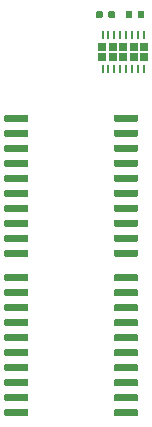
<source format=gbr>
G04 #@! TF.GenerationSoftware,KiCad,Pcbnew,(6.0.0-rc1-dev-1546-g786ee0e)*
G04 #@! TF.CreationDate,2021-05-18T14:48:32-07:00
G04 #@! TF.ProjectId,MuxBoard,4d757842-6f61-4726-942e-6b696361645f,rev?*
G04 #@! TF.SameCoordinates,Original*
G04 #@! TF.FileFunction,Paste,Top*
G04 #@! TF.FilePolarity,Positive*
%FSLAX46Y46*%
G04 Gerber Fmt 4.6, Leading zero omitted, Abs format (unit mm)*
G04 Created by KiCad (PCBNEW (6.0.0-rc1-dev-1546-g786ee0e)) date Tue 18 May 2021 02:48:32 PM PDT*
%MOMM*%
%LPD*%
G04 APERTURE LIST*
%ADD10C,0.100000*%
%ADD11C,0.540000*%
%ADD12C,0.600000*%
%ADD13R,0.710000X0.670000*%
%ADD14R,0.250000X0.650000*%
G04 APERTURE END LIST*
D10*
G36*
X139158232Y-50380650D02*
G01*
X139171337Y-50382594D01*
X139184188Y-50385813D01*
X139196662Y-50390276D01*
X139208639Y-50395941D01*
X139220002Y-50402752D01*
X139230643Y-50410644D01*
X139240459Y-50419541D01*
X139249356Y-50429357D01*
X139257248Y-50439998D01*
X139264059Y-50451361D01*
X139269724Y-50463338D01*
X139274187Y-50475812D01*
X139277406Y-50488663D01*
X139279350Y-50501768D01*
X139280000Y-50515000D01*
X139280000Y-50885000D01*
X139279350Y-50898232D01*
X139277406Y-50911337D01*
X139274187Y-50924188D01*
X139269724Y-50936662D01*
X139264059Y-50948639D01*
X139257248Y-50960002D01*
X139249356Y-50970643D01*
X139240459Y-50980459D01*
X139230643Y-50989356D01*
X139220002Y-50997248D01*
X139208639Y-51004059D01*
X139196662Y-51009724D01*
X139184188Y-51014187D01*
X139171337Y-51017406D01*
X139158232Y-51019350D01*
X139145000Y-51020000D01*
X138875000Y-51020000D01*
X138861768Y-51019350D01*
X138848663Y-51017406D01*
X138835812Y-51014187D01*
X138823338Y-51009724D01*
X138811361Y-51004059D01*
X138799998Y-50997248D01*
X138789357Y-50989356D01*
X138779541Y-50980459D01*
X138770644Y-50970643D01*
X138762752Y-50960002D01*
X138755941Y-50948639D01*
X138750276Y-50936662D01*
X138745813Y-50924188D01*
X138742594Y-50911337D01*
X138740650Y-50898232D01*
X138740000Y-50885000D01*
X138740000Y-50515000D01*
X138740650Y-50501768D01*
X138742594Y-50488663D01*
X138745813Y-50475812D01*
X138750276Y-50463338D01*
X138755941Y-50451361D01*
X138762752Y-50439998D01*
X138770644Y-50429357D01*
X138779541Y-50419541D01*
X138789357Y-50410644D01*
X138799998Y-50402752D01*
X138811361Y-50395941D01*
X138823338Y-50390276D01*
X138835812Y-50385813D01*
X138848663Y-50382594D01*
X138861768Y-50380650D01*
X138875000Y-50380000D01*
X139145000Y-50380000D01*
X139158232Y-50380650D01*
X139158232Y-50380650D01*
G37*
D11*
X139010000Y-50700000D03*
D10*
G36*
X138138232Y-50380650D02*
G01*
X138151337Y-50382594D01*
X138164188Y-50385813D01*
X138176662Y-50390276D01*
X138188639Y-50395941D01*
X138200002Y-50402752D01*
X138210643Y-50410644D01*
X138220459Y-50419541D01*
X138229356Y-50429357D01*
X138237248Y-50439998D01*
X138244059Y-50451361D01*
X138249724Y-50463338D01*
X138254187Y-50475812D01*
X138257406Y-50488663D01*
X138259350Y-50501768D01*
X138260000Y-50515000D01*
X138260000Y-50885000D01*
X138259350Y-50898232D01*
X138257406Y-50911337D01*
X138254187Y-50924188D01*
X138249724Y-50936662D01*
X138244059Y-50948639D01*
X138237248Y-50960002D01*
X138229356Y-50970643D01*
X138220459Y-50980459D01*
X138210643Y-50989356D01*
X138200002Y-50997248D01*
X138188639Y-51004059D01*
X138176662Y-51009724D01*
X138164188Y-51014187D01*
X138151337Y-51017406D01*
X138138232Y-51019350D01*
X138125000Y-51020000D01*
X137855000Y-51020000D01*
X137841768Y-51019350D01*
X137828663Y-51017406D01*
X137815812Y-51014187D01*
X137803338Y-51009724D01*
X137791361Y-51004059D01*
X137779998Y-50997248D01*
X137769357Y-50989356D01*
X137759541Y-50980459D01*
X137750644Y-50970643D01*
X137742752Y-50960002D01*
X137735941Y-50948639D01*
X137730276Y-50936662D01*
X137725813Y-50924188D01*
X137722594Y-50911337D01*
X137720650Y-50898232D01*
X137720000Y-50885000D01*
X137720000Y-50515000D01*
X137720650Y-50501768D01*
X137722594Y-50488663D01*
X137725813Y-50475812D01*
X137730276Y-50463338D01*
X137735941Y-50451361D01*
X137742752Y-50439998D01*
X137750644Y-50429357D01*
X137759541Y-50419541D01*
X137769357Y-50410644D01*
X137779998Y-50402752D01*
X137791361Y-50395941D01*
X137803338Y-50390276D01*
X137815812Y-50385813D01*
X137828663Y-50382594D01*
X137841768Y-50380650D01*
X137855000Y-50380000D01*
X138125000Y-50380000D01*
X138138232Y-50380650D01*
X138138232Y-50380650D01*
G37*
D11*
X137990000Y-50700000D03*
D10*
G36*
X141658232Y-50380650D02*
G01*
X141671337Y-50382594D01*
X141684188Y-50385813D01*
X141696662Y-50390276D01*
X141708639Y-50395941D01*
X141720002Y-50402752D01*
X141730643Y-50410644D01*
X141740459Y-50419541D01*
X141749356Y-50429357D01*
X141757248Y-50439998D01*
X141764059Y-50451361D01*
X141769724Y-50463338D01*
X141774187Y-50475812D01*
X141777406Y-50488663D01*
X141779350Y-50501768D01*
X141780000Y-50515000D01*
X141780000Y-50885000D01*
X141779350Y-50898232D01*
X141777406Y-50911337D01*
X141774187Y-50924188D01*
X141769724Y-50936662D01*
X141764059Y-50948639D01*
X141757248Y-50960002D01*
X141749356Y-50970643D01*
X141740459Y-50980459D01*
X141730643Y-50989356D01*
X141720002Y-50997248D01*
X141708639Y-51004059D01*
X141696662Y-51009724D01*
X141684188Y-51014187D01*
X141671337Y-51017406D01*
X141658232Y-51019350D01*
X141645000Y-51020000D01*
X141375000Y-51020000D01*
X141361768Y-51019350D01*
X141348663Y-51017406D01*
X141335812Y-51014187D01*
X141323338Y-51009724D01*
X141311361Y-51004059D01*
X141299998Y-50997248D01*
X141289357Y-50989356D01*
X141279541Y-50980459D01*
X141270644Y-50970643D01*
X141262752Y-50960002D01*
X141255941Y-50948639D01*
X141250276Y-50936662D01*
X141245813Y-50924188D01*
X141242594Y-50911337D01*
X141240650Y-50898232D01*
X141240000Y-50885000D01*
X141240000Y-50515000D01*
X141240650Y-50501768D01*
X141242594Y-50488663D01*
X141245813Y-50475812D01*
X141250276Y-50463338D01*
X141255941Y-50451361D01*
X141262752Y-50439998D01*
X141270644Y-50429357D01*
X141279541Y-50419541D01*
X141289357Y-50410644D01*
X141299998Y-50402752D01*
X141311361Y-50395941D01*
X141323338Y-50390276D01*
X141335812Y-50385813D01*
X141348663Y-50382594D01*
X141361768Y-50380650D01*
X141375000Y-50380000D01*
X141645000Y-50380000D01*
X141658232Y-50380650D01*
X141658232Y-50380650D01*
G37*
D11*
X141510000Y-50700000D03*
D10*
G36*
X140638232Y-50380650D02*
G01*
X140651337Y-50382594D01*
X140664188Y-50385813D01*
X140676662Y-50390276D01*
X140688639Y-50395941D01*
X140700002Y-50402752D01*
X140710643Y-50410644D01*
X140720459Y-50419541D01*
X140729356Y-50429357D01*
X140737248Y-50439998D01*
X140744059Y-50451361D01*
X140749724Y-50463338D01*
X140754187Y-50475812D01*
X140757406Y-50488663D01*
X140759350Y-50501768D01*
X140760000Y-50515000D01*
X140760000Y-50885000D01*
X140759350Y-50898232D01*
X140757406Y-50911337D01*
X140754187Y-50924188D01*
X140749724Y-50936662D01*
X140744059Y-50948639D01*
X140737248Y-50960002D01*
X140729356Y-50970643D01*
X140720459Y-50980459D01*
X140710643Y-50989356D01*
X140700002Y-50997248D01*
X140688639Y-51004059D01*
X140676662Y-51009724D01*
X140664188Y-51014187D01*
X140651337Y-51017406D01*
X140638232Y-51019350D01*
X140625000Y-51020000D01*
X140355000Y-51020000D01*
X140341768Y-51019350D01*
X140328663Y-51017406D01*
X140315812Y-51014187D01*
X140303338Y-51009724D01*
X140291361Y-51004059D01*
X140279998Y-50997248D01*
X140269357Y-50989356D01*
X140259541Y-50980459D01*
X140250644Y-50970643D01*
X140242752Y-50960002D01*
X140235941Y-50948639D01*
X140230276Y-50936662D01*
X140225813Y-50924188D01*
X140222594Y-50911337D01*
X140220650Y-50898232D01*
X140220000Y-50885000D01*
X140220000Y-50515000D01*
X140220650Y-50501768D01*
X140222594Y-50488663D01*
X140225813Y-50475812D01*
X140230276Y-50463338D01*
X140235941Y-50451361D01*
X140242752Y-50439998D01*
X140250644Y-50429357D01*
X140259541Y-50419541D01*
X140269357Y-50410644D01*
X140279998Y-50402752D01*
X140291361Y-50395941D01*
X140303338Y-50390276D01*
X140315812Y-50385813D01*
X140328663Y-50382594D01*
X140341768Y-50380650D01*
X140355000Y-50380000D01*
X140625000Y-50380000D01*
X140638232Y-50380650D01*
X140638232Y-50380650D01*
G37*
D11*
X140490000Y-50700000D03*
D10*
G36*
X141139703Y-72685722D02*
G01*
X141154264Y-72687882D01*
X141168543Y-72691459D01*
X141182403Y-72696418D01*
X141195710Y-72702712D01*
X141208336Y-72710280D01*
X141220159Y-72719048D01*
X141231066Y-72728934D01*
X141240952Y-72739841D01*
X141249720Y-72751664D01*
X141257288Y-72764290D01*
X141263582Y-72777597D01*
X141268541Y-72791457D01*
X141272118Y-72805736D01*
X141274278Y-72820297D01*
X141275000Y-72835000D01*
X141275000Y-73135000D01*
X141274278Y-73149703D01*
X141272118Y-73164264D01*
X141268541Y-73178543D01*
X141263582Y-73192403D01*
X141257288Y-73205710D01*
X141249720Y-73218336D01*
X141240952Y-73230159D01*
X141231066Y-73241066D01*
X141220159Y-73250952D01*
X141208336Y-73259720D01*
X141195710Y-73267288D01*
X141182403Y-73273582D01*
X141168543Y-73278541D01*
X141154264Y-73282118D01*
X141139703Y-73284278D01*
X141125000Y-73285000D01*
X139375000Y-73285000D01*
X139360297Y-73284278D01*
X139345736Y-73282118D01*
X139331457Y-73278541D01*
X139317597Y-73273582D01*
X139304290Y-73267288D01*
X139291664Y-73259720D01*
X139279841Y-73250952D01*
X139268934Y-73241066D01*
X139259048Y-73230159D01*
X139250280Y-73218336D01*
X139242712Y-73205710D01*
X139236418Y-73192403D01*
X139231459Y-73178543D01*
X139227882Y-73164264D01*
X139225722Y-73149703D01*
X139225000Y-73135000D01*
X139225000Y-72835000D01*
X139225722Y-72820297D01*
X139227882Y-72805736D01*
X139231459Y-72791457D01*
X139236418Y-72777597D01*
X139242712Y-72764290D01*
X139250280Y-72751664D01*
X139259048Y-72739841D01*
X139268934Y-72728934D01*
X139279841Y-72719048D01*
X139291664Y-72710280D01*
X139304290Y-72702712D01*
X139317597Y-72696418D01*
X139331457Y-72691459D01*
X139345736Y-72687882D01*
X139360297Y-72685722D01*
X139375000Y-72685000D01*
X141125000Y-72685000D01*
X141139703Y-72685722D01*
X141139703Y-72685722D01*
G37*
D12*
X140250000Y-72985000D03*
D10*
G36*
X141139703Y-73955722D02*
G01*
X141154264Y-73957882D01*
X141168543Y-73961459D01*
X141182403Y-73966418D01*
X141195710Y-73972712D01*
X141208336Y-73980280D01*
X141220159Y-73989048D01*
X141231066Y-73998934D01*
X141240952Y-74009841D01*
X141249720Y-74021664D01*
X141257288Y-74034290D01*
X141263582Y-74047597D01*
X141268541Y-74061457D01*
X141272118Y-74075736D01*
X141274278Y-74090297D01*
X141275000Y-74105000D01*
X141275000Y-74405000D01*
X141274278Y-74419703D01*
X141272118Y-74434264D01*
X141268541Y-74448543D01*
X141263582Y-74462403D01*
X141257288Y-74475710D01*
X141249720Y-74488336D01*
X141240952Y-74500159D01*
X141231066Y-74511066D01*
X141220159Y-74520952D01*
X141208336Y-74529720D01*
X141195710Y-74537288D01*
X141182403Y-74543582D01*
X141168543Y-74548541D01*
X141154264Y-74552118D01*
X141139703Y-74554278D01*
X141125000Y-74555000D01*
X139375000Y-74555000D01*
X139360297Y-74554278D01*
X139345736Y-74552118D01*
X139331457Y-74548541D01*
X139317597Y-74543582D01*
X139304290Y-74537288D01*
X139291664Y-74529720D01*
X139279841Y-74520952D01*
X139268934Y-74511066D01*
X139259048Y-74500159D01*
X139250280Y-74488336D01*
X139242712Y-74475710D01*
X139236418Y-74462403D01*
X139231459Y-74448543D01*
X139227882Y-74434264D01*
X139225722Y-74419703D01*
X139225000Y-74405000D01*
X139225000Y-74105000D01*
X139225722Y-74090297D01*
X139227882Y-74075736D01*
X139231459Y-74061457D01*
X139236418Y-74047597D01*
X139242712Y-74034290D01*
X139250280Y-74021664D01*
X139259048Y-74009841D01*
X139268934Y-73998934D01*
X139279841Y-73989048D01*
X139291664Y-73980280D01*
X139304290Y-73972712D01*
X139317597Y-73966418D01*
X139331457Y-73961459D01*
X139345736Y-73957882D01*
X139360297Y-73955722D01*
X139375000Y-73955000D01*
X141125000Y-73955000D01*
X141139703Y-73955722D01*
X141139703Y-73955722D01*
G37*
D12*
X140250000Y-74255000D03*
D10*
G36*
X141139703Y-75225722D02*
G01*
X141154264Y-75227882D01*
X141168543Y-75231459D01*
X141182403Y-75236418D01*
X141195710Y-75242712D01*
X141208336Y-75250280D01*
X141220159Y-75259048D01*
X141231066Y-75268934D01*
X141240952Y-75279841D01*
X141249720Y-75291664D01*
X141257288Y-75304290D01*
X141263582Y-75317597D01*
X141268541Y-75331457D01*
X141272118Y-75345736D01*
X141274278Y-75360297D01*
X141275000Y-75375000D01*
X141275000Y-75675000D01*
X141274278Y-75689703D01*
X141272118Y-75704264D01*
X141268541Y-75718543D01*
X141263582Y-75732403D01*
X141257288Y-75745710D01*
X141249720Y-75758336D01*
X141240952Y-75770159D01*
X141231066Y-75781066D01*
X141220159Y-75790952D01*
X141208336Y-75799720D01*
X141195710Y-75807288D01*
X141182403Y-75813582D01*
X141168543Y-75818541D01*
X141154264Y-75822118D01*
X141139703Y-75824278D01*
X141125000Y-75825000D01*
X139375000Y-75825000D01*
X139360297Y-75824278D01*
X139345736Y-75822118D01*
X139331457Y-75818541D01*
X139317597Y-75813582D01*
X139304290Y-75807288D01*
X139291664Y-75799720D01*
X139279841Y-75790952D01*
X139268934Y-75781066D01*
X139259048Y-75770159D01*
X139250280Y-75758336D01*
X139242712Y-75745710D01*
X139236418Y-75732403D01*
X139231459Y-75718543D01*
X139227882Y-75704264D01*
X139225722Y-75689703D01*
X139225000Y-75675000D01*
X139225000Y-75375000D01*
X139225722Y-75360297D01*
X139227882Y-75345736D01*
X139231459Y-75331457D01*
X139236418Y-75317597D01*
X139242712Y-75304290D01*
X139250280Y-75291664D01*
X139259048Y-75279841D01*
X139268934Y-75268934D01*
X139279841Y-75259048D01*
X139291664Y-75250280D01*
X139304290Y-75242712D01*
X139317597Y-75236418D01*
X139331457Y-75231459D01*
X139345736Y-75227882D01*
X139360297Y-75225722D01*
X139375000Y-75225000D01*
X141125000Y-75225000D01*
X141139703Y-75225722D01*
X141139703Y-75225722D01*
G37*
D12*
X140250000Y-75525000D03*
D10*
G36*
X141139703Y-76495722D02*
G01*
X141154264Y-76497882D01*
X141168543Y-76501459D01*
X141182403Y-76506418D01*
X141195710Y-76512712D01*
X141208336Y-76520280D01*
X141220159Y-76529048D01*
X141231066Y-76538934D01*
X141240952Y-76549841D01*
X141249720Y-76561664D01*
X141257288Y-76574290D01*
X141263582Y-76587597D01*
X141268541Y-76601457D01*
X141272118Y-76615736D01*
X141274278Y-76630297D01*
X141275000Y-76645000D01*
X141275000Y-76945000D01*
X141274278Y-76959703D01*
X141272118Y-76974264D01*
X141268541Y-76988543D01*
X141263582Y-77002403D01*
X141257288Y-77015710D01*
X141249720Y-77028336D01*
X141240952Y-77040159D01*
X141231066Y-77051066D01*
X141220159Y-77060952D01*
X141208336Y-77069720D01*
X141195710Y-77077288D01*
X141182403Y-77083582D01*
X141168543Y-77088541D01*
X141154264Y-77092118D01*
X141139703Y-77094278D01*
X141125000Y-77095000D01*
X139375000Y-77095000D01*
X139360297Y-77094278D01*
X139345736Y-77092118D01*
X139331457Y-77088541D01*
X139317597Y-77083582D01*
X139304290Y-77077288D01*
X139291664Y-77069720D01*
X139279841Y-77060952D01*
X139268934Y-77051066D01*
X139259048Y-77040159D01*
X139250280Y-77028336D01*
X139242712Y-77015710D01*
X139236418Y-77002403D01*
X139231459Y-76988543D01*
X139227882Y-76974264D01*
X139225722Y-76959703D01*
X139225000Y-76945000D01*
X139225000Y-76645000D01*
X139225722Y-76630297D01*
X139227882Y-76615736D01*
X139231459Y-76601457D01*
X139236418Y-76587597D01*
X139242712Y-76574290D01*
X139250280Y-76561664D01*
X139259048Y-76549841D01*
X139268934Y-76538934D01*
X139279841Y-76529048D01*
X139291664Y-76520280D01*
X139304290Y-76512712D01*
X139317597Y-76506418D01*
X139331457Y-76501459D01*
X139345736Y-76497882D01*
X139360297Y-76495722D01*
X139375000Y-76495000D01*
X141125000Y-76495000D01*
X141139703Y-76495722D01*
X141139703Y-76495722D01*
G37*
D12*
X140250000Y-76795000D03*
D10*
G36*
X141139703Y-77765722D02*
G01*
X141154264Y-77767882D01*
X141168543Y-77771459D01*
X141182403Y-77776418D01*
X141195710Y-77782712D01*
X141208336Y-77790280D01*
X141220159Y-77799048D01*
X141231066Y-77808934D01*
X141240952Y-77819841D01*
X141249720Y-77831664D01*
X141257288Y-77844290D01*
X141263582Y-77857597D01*
X141268541Y-77871457D01*
X141272118Y-77885736D01*
X141274278Y-77900297D01*
X141275000Y-77915000D01*
X141275000Y-78215000D01*
X141274278Y-78229703D01*
X141272118Y-78244264D01*
X141268541Y-78258543D01*
X141263582Y-78272403D01*
X141257288Y-78285710D01*
X141249720Y-78298336D01*
X141240952Y-78310159D01*
X141231066Y-78321066D01*
X141220159Y-78330952D01*
X141208336Y-78339720D01*
X141195710Y-78347288D01*
X141182403Y-78353582D01*
X141168543Y-78358541D01*
X141154264Y-78362118D01*
X141139703Y-78364278D01*
X141125000Y-78365000D01*
X139375000Y-78365000D01*
X139360297Y-78364278D01*
X139345736Y-78362118D01*
X139331457Y-78358541D01*
X139317597Y-78353582D01*
X139304290Y-78347288D01*
X139291664Y-78339720D01*
X139279841Y-78330952D01*
X139268934Y-78321066D01*
X139259048Y-78310159D01*
X139250280Y-78298336D01*
X139242712Y-78285710D01*
X139236418Y-78272403D01*
X139231459Y-78258543D01*
X139227882Y-78244264D01*
X139225722Y-78229703D01*
X139225000Y-78215000D01*
X139225000Y-77915000D01*
X139225722Y-77900297D01*
X139227882Y-77885736D01*
X139231459Y-77871457D01*
X139236418Y-77857597D01*
X139242712Y-77844290D01*
X139250280Y-77831664D01*
X139259048Y-77819841D01*
X139268934Y-77808934D01*
X139279841Y-77799048D01*
X139291664Y-77790280D01*
X139304290Y-77782712D01*
X139317597Y-77776418D01*
X139331457Y-77771459D01*
X139345736Y-77767882D01*
X139360297Y-77765722D01*
X139375000Y-77765000D01*
X141125000Y-77765000D01*
X141139703Y-77765722D01*
X141139703Y-77765722D01*
G37*
D12*
X140250000Y-78065000D03*
D10*
G36*
X141139703Y-79035722D02*
G01*
X141154264Y-79037882D01*
X141168543Y-79041459D01*
X141182403Y-79046418D01*
X141195710Y-79052712D01*
X141208336Y-79060280D01*
X141220159Y-79069048D01*
X141231066Y-79078934D01*
X141240952Y-79089841D01*
X141249720Y-79101664D01*
X141257288Y-79114290D01*
X141263582Y-79127597D01*
X141268541Y-79141457D01*
X141272118Y-79155736D01*
X141274278Y-79170297D01*
X141275000Y-79185000D01*
X141275000Y-79485000D01*
X141274278Y-79499703D01*
X141272118Y-79514264D01*
X141268541Y-79528543D01*
X141263582Y-79542403D01*
X141257288Y-79555710D01*
X141249720Y-79568336D01*
X141240952Y-79580159D01*
X141231066Y-79591066D01*
X141220159Y-79600952D01*
X141208336Y-79609720D01*
X141195710Y-79617288D01*
X141182403Y-79623582D01*
X141168543Y-79628541D01*
X141154264Y-79632118D01*
X141139703Y-79634278D01*
X141125000Y-79635000D01*
X139375000Y-79635000D01*
X139360297Y-79634278D01*
X139345736Y-79632118D01*
X139331457Y-79628541D01*
X139317597Y-79623582D01*
X139304290Y-79617288D01*
X139291664Y-79609720D01*
X139279841Y-79600952D01*
X139268934Y-79591066D01*
X139259048Y-79580159D01*
X139250280Y-79568336D01*
X139242712Y-79555710D01*
X139236418Y-79542403D01*
X139231459Y-79528543D01*
X139227882Y-79514264D01*
X139225722Y-79499703D01*
X139225000Y-79485000D01*
X139225000Y-79185000D01*
X139225722Y-79170297D01*
X139227882Y-79155736D01*
X139231459Y-79141457D01*
X139236418Y-79127597D01*
X139242712Y-79114290D01*
X139250280Y-79101664D01*
X139259048Y-79089841D01*
X139268934Y-79078934D01*
X139279841Y-79069048D01*
X139291664Y-79060280D01*
X139304290Y-79052712D01*
X139317597Y-79046418D01*
X139331457Y-79041459D01*
X139345736Y-79037882D01*
X139360297Y-79035722D01*
X139375000Y-79035000D01*
X141125000Y-79035000D01*
X141139703Y-79035722D01*
X141139703Y-79035722D01*
G37*
D12*
X140250000Y-79335000D03*
D10*
G36*
X141139703Y-80305722D02*
G01*
X141154264Y-80307882D01*
X141168543Y-80311459D01*
X141182403Y-80316418D01*
X141195710Y-80322712D01*
X141208336Y-80330280D01*
X141220159Y-80339048D01*
X141231066Y-80348934D01*
X141240952Y-80359841D01*
X141249720Y-80371664D01*
X141257288Y-80384290D01*
X141263582Y-80397597D01*
X141268541Y-80411457D01*
X141272118Y-80425736D01*
X141274278Y-80440297D01*
X141275000Y-80455000D01*
X141275000Y-80755000D01*
X141274278Y-80769703D01*
X141272118Y-80784264D01*
X141268541Y-80798543D01*
X141263582Y-80812403D01*
X141257288Y-80825710D01*
X141249720Y-80838336D01*
X141240952Y-80850159D01*
X141231066Y-80861066D01*
X141220159Y-80870952D01*
X141208336Y-80879720D01*
X141195710Y-80887288D01*
X141182403Y-80893582D01*
X141168543Y-80898541D01*
X141154264Y-80902118D01*
X141139703Y-80904278D01*
X141125000Y-80905000D01*
X139375000Y-80905000D01*
X139360297Y-80904278D01*
X139345736Y-80902118D01*
X139331457Y-80898541D01*
X139317597Y-80893582D01*
X139304290Y-80887288D01*
X139291664Y-80879720D01*
X139279841Y-80870952D01*
X139268934Y-80861066D01*
X139259048Y-80850159D01*
X139250280Y-80838336D01*
X139242712Y-80825710D01*
X139236418Y-80812403D01*
X139231459Y-80798543D01*
X139227882Y-80784264D01*
X139225722Y-80769703D01*
X139225000Y-80755000D01*
X139225000Y-80455000D01*
X139225722Y-80440297D01*
X139227882Y-80425736D01*
X139231459Y-80411457D01*
X139236418Y-80397597D01*
X139242712Y-80384290D01*
X139250280Y-80371664D01*
X139259048Y-80359841D01*
X139268934Y-80348934D01*
X139279841Y-80339048D01*
X139291664Y-80330280D01*
X139304290Y-80322712D01*
X139317597Y-80316418D01*
X139331457Y-80311459D01*
X139345736Y-80307882D01*
X139360297Y-80305722D01*
X139375000Y-80305000D01*
X141125000Y-80305000D01*
X141139703Y-80305722D01*
X141139703Y-80305722D01*
G37*
D12*
X140250000Y-80605000D03*
D10*
G36*
X141139703Y-81575722D02*
G01*
X141154264Y-81577882D01*
X141168543Y-81581459D01*
X141182403Y-81586418D01*
X141195710Y-81592712D01*
X141208336Y-81600280D01*
X141220159Y-81609048D01*
X141231066Y-81618934D01*
X141240952Y-81629841D01*
X141249720Y-81641664D01*
X141257288Y-81654290D01*
X141263582Y-81667597D01*
X141268541Y-81681457D01*
X141272118Y-81695736D01*
X141274278Y-81710297D01*
X141275000Y-81725000D01*
X141275000Y-82025000D01*
X141274278Y-82039703D01*
X141272118Y-82054264D01*
X141268541Y-82068543D01*
X141263582Y-82082403D01*
X141257288Y-82095710D01*
X141249720Y-82108336D01*
X141240952Y-82120159D01*
X141231066Y-82131066D01*
X141220159Y-82140952D01*
X141208336Y-82149720D01*
X141195710Y-82157288D01*
X141182403Y-82163582D01*
X141168543Y-82168541D01*
X141154264Y-82172118D01*
X141139703Y-82174278D01*
X141125000Y-82175000D01*
X139375000Y-82175000D01*
X139360297Y-82174278D01*
X139345736Y-82172118D01*
X139331457Y-82168541D01*
X139317597Y-82163582D01*
X139304290Y-82157288D01*
X139291664Y-82149720D01*
X139279841Y-82140952D01*
X139268934Y-82131066D01*
X139259048Y-82120159D01*
X139250280Y-82108336D01*
X139242712Y-82095710D01*
X139236418Y-82082403D01*
X139231459Y-82068543D01*
X139227882Y-82054264D01*
X139225722Y-82039703D01*
X139225000Y-82025000D01*
X139225000Y-81725000D01*
X139225722Y-81710297D01*
X139227882Y-81695736D01*
X139231459Y-81681457D01*
X139236418Y-81667597D01*
X139242712Y-81654290D01*
X139250280Y-81641664D01*
X139259048Y-81629841D01*
X139268934Y-81618934D01*
X139279841Y-81609048D01*
X139291664Y-81600280D01*
X139304290Y-81592712D01*
X139317597Y-81586418D01*
X139331457Y-81581459D01*
X139345736Y-81577882D01*
X139360297Y-81575722D01*
X139375000Y-81575000D01*
X141125000Y-81575000D01*
X141139703Y-81575722D01*
X141139703Y-81575722D01*
G37*
D12*
X140250000Y-81875000D03*
D10*
G36*
X141139703Y-82845722D02*
G01*
X141154264Y-82847882D01*
X141168543Y-82851459D01*
X141182403Y-82856418D01*
X141195710Y-82862712D01*
X141208336Y-82870280D01*
X141220159Y-82879048D01*
X141231066Y-82888934D01*
X141240952Y-82899841D01*
X141249720Y-82911664D01*
X141257288Y-82924290D01*
X141263582Y-82937597D01*
X141268541Y-82951457D01*
X141272118Y-82965736D01*
X141274278Y-82980297D01*
X141275000Y-82995000D01*
X141275000Y-83295000D01*
X141274278Y-83309703D01*
X141272118Y-83324264D01*
X141268541Y-83338543D01*
X141263582Y-83352403D01*
X141257288Y-83365710D01*
X141249720Y-83378336D01*
X141240952Y-83390159D01*
X141231066Y-83401066D01*
X141220159Y-83410952D01*
X141208336Y-83419720D01*
X141195710Y-83427288D01*
X141182403Y-83433582D01*
X141168543Y-83438541D01*
X141154264Y-83442118D01*
X141139703Y-83444278D01*
X141125000Y-83445000D01*
X139375000Y-83445000D01*
X139360297Y-83444278D01*
X139345736Y-83442118D01*
X139331457Y-83438541D01*
X139317597Y-83433582D01*
X139304290Y-83427288D01*
X139291664Y-83419720D01*
X139279841Y-83410952D01*
X139268934Y-83401066D01*
X139259048Y-83390159D01*
X139250280Y-83378336D01*
X139242712Y-83365710D01*
X139236418Y-83352403D01*
X139231459Y-83338543D01*
X139227882Y-83324264D01*
X139225722Y-83309703D01*
X139225000Y-83295000D01*
X139225000Y-82995000D01*
X139225722Y-82980297D01*
X139227882Y-82965736D01*
X139231459Y-82951457D01*
X139236418Y-82937597D01*
X139242712Y-82924290D01*
X139250280Y-82911664D01*
X139259048Y-82899841D01*
X139268934Y-82888934D01*
X139279841Y-82879048D01*
X139291664Y-82870280D01*
X139304290Y-82862712D01*
X139317597Y-82856418D01*
X139331457Y-82851459D01*
X139345736Y-82847882D01*
X139360297Y-82845722D01*
X139375000Y-82845000D01*
X141125000Y-82845000D01*
X141139703Y-82845722D01*
X141139703Y-82845722D01*
G37*
D12*
X140250000Y-83145000D03*
D10*
G36*
X141139703Y-84115722D02*
G01*
X141154264Y-84117882D01*
X141168543Y-84121459D01*
X141182403Y-84126418D01*
X141195710Y-84132712D01*
X141208336Y-84140280D01*
X141220159Y-84149048D01*
X141231066Y-84158934D01*
X141240952Y-84169841D01*
X141249720Y-84181664D01*
X141257288Y-84194290D01*
X141263582Y-84207597D01*
X141268541Y-84221457D01*
X141272118Y-84235736D01*
X141274278Y-84250297D01*
X141275000Y-84265000D01*
X141275000Y-84565000D01*
X141274278Y-84579703D01*
X141272118Y-84594264D01*
X141268541Y-84608543D01*
X141263582Y-84622403D01*
X141257288Y-84635710D01*
X141249720Y-84648336D01*
X141240952Y-84660159D01*
X141231066Y-84671066D01*
X141220159Y-84680952D01*
X141208336Y-84689720D01*
X141195710Y-84697288D01*
X141182403Y-84703582D01*
X141168543Y-84708541D01*
X141154264Y-84712118D01*
X141139703Y-84714278D01*
X141125000Y-84715000D01*
X139375000Y-84715000D01*
X139360297Y-84714278D01*
X139345736Y-84712118D01*
X139331457Y-84708541D01*
X139317597Y-84703582D01*
X139304290Y-84697288D01*
X139291664Y-84689720D01*
X139279841Y-84680952D01*
X139268934Y-84671066D01*
X139259048Y-84660159D01*
X139250280Y-84648336D01*
X139242712Y-84635710D01*
X139236418Y-84622403D01*
X139231459Y-84608543D01*
X139227882Y-84594264D01*
X139225722Y-84579703D01*
X139225000Y-84565000D01*
X139225000Y-84265000D01*
X139225722Y-84250297D01*
X139227882Y-84235736D01*
X139231459Y-84221457D01*
X139236418Y-84207597D01*
X139242712Y-84194290D01*
X139250280Y-84181664D01*
X139259048Y-84169841D01*
X139268934Y-84158934D01*
X139279841Y-84149048D01*
X139291664Y-84140280D01*
X139304290Y-84132712D01*
X139317597Y-84126418D01*
X139331457Y-84121459D01*
X139345736Y-84117882D01*
X139360297Y-84115722D01*
X139375000Y-84115000D01*
X141125000Y-84115000D01*
X141139703Y-84115722D01*
X141139703Y-84115722D01*
G37*
D12*
X140250000Y-84415000D03*
D10*
G36*
X131839703Y-84115722D02*
G01*
X131854264Y-84117882D01*
X131868543Y-84121459D01*
X131882403Y-84126418D01*
X131895710Y-84132712D01*
X131908336Y-84140280D01*
X131920159Y-84149048D01*
X131931066Y-84158934D01*
X131940952Y-84169841D01*
X131949720Y-84181664D01*
X131957288Y-84194290D01*
X131963582Y-84207597D01*
X131968541Y-84221457D01*
X131972118Y-84235736D01*
X131974278Y-84250297D01*
X131975000Y-84265000D01*
X131975000Y-84565000D01*
X131974278Y-84579703D01*
X131972118Y-84594264D01*
X131968541Y-84608543D01*
X131963582Y-84622403D01*
X131957288Y-84635710D01*
X131949720Y-84648336D01*
X131940952Y-84660159D01*
X131931066Y-84671066D01*
X131920159Y-84680952D01*
X131908336Y-84689720D01*
X131895710Y-84697288D01*
X131882403Y-84703582D01*
X131868543Y-84708541D01*
X131854264Y-84712118D01*
X131839703Y-84714278D01*
X131825000Y-84715000D01*
X130075000Y-84715000D01*
X130060297Y-84714278D01*
X130045736Y-84712118D01*
X130031457Y-84708541D01*
X130017597Y-84703582D01*
X130004290Y-84697288D01*
X129991664Y-84689720D01*
X129979841Y-84680952D01*
X129968934Y-84671066D01*
X129959048Y-84660159D01*
X129950280Y-84648336D01*
X129942712Y-84635710D01*
X129936418Y-84622403D01*
X129931459Y-84608543D01*
X129927882Y-84594264D01*
X129925722Y-84579703D01*
X129925000Y-84565000D01*
X129925000Y-84265000D01*
X129925722Y-84250297D01*
X129927882Y-84235736D01*
X129931459Y-84221457D01*
X129936418Y-84207597D01*
X129942712Y-84194290D01*
X129950280Y-84181664D01*
X129959048Y-84169841D01*
X129968934Y-84158934D01*
X129979841Y-84149048D01*
X129991664Y-84140280D01*
X130004290Y-84132712D01*
X130017597Y-84126418D01*
X130031457Y-84121459D01*
X130045736Y-84117882D01*
X130060297Y-84115722D01*
X130075000Y-84115000D01*
X131825000Y-84115000D01*
X131839703Y-84115722D01*
X131839703Y-84115722D01*
G37*
D12*
X130950000Y-84415000D03*
D10*
G36*
X131839703Y-82845722D02*
G01*
X131854264Y-82847882D01*
X131868543Y-82851459D01*
X131882403Y-82856418D01*
X131895710Y-82862712D01*
X131908336Y-82870280D01*
X131920159Y-82879048D01*
X131931066Y-82888934D01*
X131940952Y-82899841D01*
X131949720Y-82911664D01*
X131957288Y-82924290D01*
X131963582Y-82937597D01*
X131968541Y-82951457D01*
X131972118Y-82965736D01*
X131974278Y-82980297D01*
X131975000Y-82995000D01*
X131975000Y-83295000D01*
X131974278Y-83309703D01*
X131972118Y-83324264D01*
X131968541Y-83338543D01*
X131963582Y-83352403D01*
X131957288Y-83365710D01*
X131949720Y-83378336D01*
X131940952Y-83390159D01*
X131931066Y-83401066D01*
X131920159Y-83410952D01*
X131908336Y-83419720D01*
X131895710Y-83427288D01*
X131882403Y-83433582D01*
X131868543Y-83438541D01*
X131854264Y-83442118D01*
X131839703Y-83444278D01*
X131825000Y-83445000D01*
X130075000Y-83445000D01*
X130060297Y-83444278D01*
X130045736Y-83442118D01*
X130031457Y-83438541D01*
X130017597Y-83433582D01*
X130004290Y-83427288D01*
X129991664Y-83419720D01*
X129979841Y-83410952D01*
X129968934Y-83401066D01*
X129959048Y-83390159D01*
X129950280Y-83378336D01*
X129942712Y-83365710D01*
X129936418Y-83352403D01*
X129931459Y-83338543D01*
X129927882Y-83324264D01*
X129925722Y-83309703D01*
X129925000Y-83295000D01*
X129925000Y-82995000D01*
X129925722Y-82980297D01*
X129927882Y-82965736D01*
X129931459Y-82951457D01*
X129936418Y-82937597D01*
X129942712Y-82924290D01*
X129950280Y-82911664D01*
X129959048Y-82899841D01*
X129968934Y-82888934D01*
X129979841Y-82879048D01*
X129991664Y-82870280D01*
X130004290Y-82862712D01*
X130017597Y-82856418D01*
X130031457Y-82851459D01*
X130045736Y-82847882D01*
X130060297Y-82845722D01*
X130075000Y-82845000D01*
X131825000Y-82845000D01*
X131839703Y-82845722D01*
X131839703Y-82845722D01*
G37*
D12*
X130950000Y-83145000D03*
D10*
G36*
X131839703Y-81575722D02*
G01*
X131854264Y-81577882D01*
X131868543Y-81581459D01*
X131882403Y-81586418D01*
X131895710Y-81592712D01*
X131908336Y-81600280D01*
X131920159Y-81609048D01*
X131931066Y-81618934D01*
X131940952Y-81629841D01*
X131949720Y-81641664D01*
X131957288Y-81654290D01*
X131963582Y-81667597D01*
X131968541Y-81681457D01*
X131972118Y-81695736D01*
X131974278Y-81710297D01*
X131975000Y-81725000D01*
X131975000Y-82025000D01*
X131974278Y-82039703D01*
X131972118Y-82054264D01*
X131968541Y-82068543D01*
X131963582Y-82082403D01*
X131957288Y-82095710D01*
X131949720Y-82108336D01*
X131940952Y-82120159D01*
X131931066Y-82131066D01*
X131920159Y-82140952D01*
X131908336Y-82149720D01*
X131895710Y-82157288D01*
X131882403Y-82163582D01*
X131868543Y-82168541D01*
X131854264Y-82172118D01*
X131839703Y-82174278D01*
X131825000Y-82175000D01*
X130075000Y-82175000D01*
X130060297Y-82174278D01*
X130045736Y-82172118D01*
X130031457Y-82168541D01*
X130017597Y-82163582D01*
X130004290Y-82157288D01*
X129991664Y-82149720D01*
X129979841Y-82140952D01*
X129968934Y-82131066D01*
X129959048Y-82120159D01*
X129950280Y-82108336D01*
X129942712Y-82095710D01*
X129936418Y-82082403D01*
X129931459Y-82068543D01*
X129927882Y-82054264D01*
X129925722Y-82039703D01*
X129925000Y-82025000D01*
X129925000Y-81725000D01*
X129925722Y-81710297D01*
X129927882Y-81695736D01*
X129931459Y-81681457D01*
X129936418Y-81667597D01*
X129942712Y-81654290D01*
X129950280Y-81641664D01*
X129959048Y-81629841D01*
X129968934Y-81618934D01*
X129979841Y-81609048D01*
X129991664Y-81600280D01*
X130004290Y-81592712D01*
X130017597Y-81586418D01*
X130031457Y-81581459D01*
X130045736Y-81577882D01*
X130060297Y-81575722D01*
X130075000Y-81575000D01*
X131825000Y-81575000D01*
X131839703Y-81575722D01*
X131839703Y-81575722D01*
G37*
D12*
X130950000Y-81875000D03*
D10*
G36*
X131839703Y-80305722D02*
G01*
X131854264Y-80307882D01*
X131868543Y-80311459D01*
X131882403Y-80316418D01*
X131895710Y-80322712D01*
X131908336Y-80330280D01*
X131920159Y-80339048D01*
X131931066Y-80348934D01*
X131940952Y-80359841D01*
X131949720Y-80371664D01*
X131957288Y-80384290D01*
X131963582Y-80397597D01*
X131968541Y-80411457D01*
X131972118Y-80425736D01*
X131974278Y-80440297D01*
X131975000Y-80455000D01*
X131975000Y-80755000D01*
X131974278Y-80769703D01*
X131972118Y-80784264D01*
X131968541Y-80798543D01*
X131963582Y-80812403D01*
X131957288Y-80825710D01*
X131949720Y-80838336D01*
X131940952Y-80850159D01*
X131931066Y-80861066D01*
X131920159Y-80870952D01*
X131908336Y-80879720D01*
X131895710Y-80887288D01*
X131882403Y-80893582D01*
X131868543Y-80898541D01*
X131854264Y-80902118D01*
X131839703Y-80904278D01*
X131825000Y-80905000D01*
X130075000Y-80905000D01*
X130060297Y-80904278D01*
X130045736Y-80902118D01*
X130031457Y-80898541D01*
X130017597Y-80893582D01*
X130004290Y-80887288D01*
X129991664Y-80879720D01*
X129979841Y-80870952D01*
X129968934Y-80861066D01*
X129959048Y-80850159D01*
X129950280Y-80838336D01*
X129942712Y-80825710D01*
X129936418Y-80812403D01*
X129931459Y-80798543D01*
X129927882Y-80784264D01*
X129925722Y-80769703D01*
X129925000Y-80755000D01*
X129925000Y-80455000D01*
X129925722Y-80440297D01*
X129927882Y-80425736D01*
X129931459Y-80411457D01*
X129936418Y-80397597D01*
X129942712Y-80384290D01*
X129950280Y-80371664D01*
X129959048Y-80359841D01*
X129968934Y-80348934D01*
X129979841Y-80339048D01*
X129991664Y-80330280D01*
X130004290Y-80322712D01*
X130017597Y-80316418D01*
X130031457Y-80311459D01*
X130045736Y-80307882D01*
X130060297Y-80305722D01*
X130075000Y-80305000D01*
X131825000Y-80305000D01*
X131839703Y-80305722D01*
X131839703Y-80305722D01*
G37*
D12*
X130950000Y-80605000D03*
D10*
G36*
X131839703Y-79035722D02*
G01*
X131854264Y-79037882D01*
X131868543Y-79041459D01*
X131882403Y-79046418D01*
X131895710Y-79052712D01*
X131908336Y-79060280D01*
X131920159Y-79069048D01*
X131931066Y-79078934D01*
X131940952Y-79089841D01*
X131949720Y-79101664D01*
X131957288Y-79114290D01*
X131963582Y-79127597D01*
X131968541Y-79141457D01*
X131972118Y-79155736D01*
X131974278Y-79170297D01*
X131975000Y-79185000D01*
X131975000Y-79485000D01*
X131974278Y-79499703D01*
X131972118Y-79514264D01*
X131968541Y-79528543D01*
X131963582Y-79542403D01*
X131957288Y-79555710D01*
X131949720Y-79568336D01*
X131940952Y-79580159D01*
X131931066Y-79591066D01*
X131920159Y-79600952D01*
X131908336Y-79609720D01*
X131895710Y-79617288D01*
X131882403Y-79623582D01*
X131868543Y-79628541D01*
X131854264Y-79632118D01*
X131839703Y-79634278D01*
X131825000Y-79635000D01*
X130075000Y-79635000D01*
X130060297Y-79634278D01*
X130045736Y-79632118D01*
X130031457Y-79628541D01*
X130017597Y-79623582D01*
X130004290Y-79617288D01*
X129991664Y-79609720D01*
X129979841Y-79600952D01*
X129968934Y-79591066D01*
X129959048Y-79580159D01*
X129950280Y-79568336D01*
X129942712Y-79555710D01*
X129936418Y-79542403D01*
X129931459Y-79528543D01*
X129927882Y-79514264D01*
X129925722Y-79499703D01*
X129925000Y-79485000D01*
X129925000Y-79185000D01*
X129925722Y-79170297D01*
X129927882Y-79155736D01*
X129931459Y-79141457D01*
X129936418Y-79127597D01*
X129942712Y-79114290D01*
X129950280Y-79101664D01*
X129959048Y-79089841D01*
X129968934Y-79078934D01*
X129979841Y-79069048D01*
X129991664Y-79060280D01*
X130004290Y-79052712D01*
X130017597Y-79046418D01*
X130031457Y-79041459D01*
X130045736Y-79037882D01*
X130060297Y-79035722D01*
X130075000Y-79035000D01*
X131825000Y-79035000D01*
X131839703Y-79035722D01*
X131839703Y-79035722D01*
G37*
D12*
X130950000Y-79335000D03*
D10*
G36*
X131839703Y-77765722D02*
G01*
X131854264Y-77767882D01*
X131868543Y-77771459D01*
X131882403Y-77776418D01*
X131895710Y-77782712D01*
X131908336Y-77790280D01*
X131920159Y-77799048D01*
X131931066Y-77808934D01*
X131940952Y-77819841D01*
X131949720Y-77831664D01*
X131957288Y-77844290D01*
X131963582Y-77857597D01*
X131968541Y-77871457D01*
X131972118Y-77885736D01*
X131974278Y-77900297D01*
X131975000Y-77915000D01*
X131975000Y-78215000D01*
X131974278Y-78229703D01*
X131972118Y-78244264D01*
X131968541Y-78258543D01*
X131963582Y-78272403D01*
X131957288Y-78285710D01*
X131949720Y-78298336D01*
X131940952Y-78310159D01*
X131931066Y-78321066D01*
X131920159Y-78330952D01*
X131908336Y-78339720D01*
X131895710Y-78347288D01*
X131882403Y-78353582D01*
X131868543Y-78358541D01*
X131854264Y-78362118D01*
X131839703Y-78364278D01*
X131825000Y-78365000D01*
X130075000Y-78365000D01*
X130060297Y-78364278D01*
X130045736Y-78362118D01*
X130031457Y-78358541D01*
X130017597Y-78353582D01*
X130004290Y-78347288D01*
X129991664Y-78339720D01*
X129979841Y-78330952D01*
X129968934Y-78321066D01*
X129959048Y-78310159D01*
X129950280Y-78298336D01*
X129942712Y-78285710D01*
X129936418Y-78272403D01*
X129931459Y-78258543D01*
X129927882Y-78244264D01*
X129925722Y-78229703D01*
X129925000Y-78215000D01*
X129925000Y-77915000D01*
X129925722Y-77900297D01*
X129927882Y-77885736D01*
X129931459Y-77871457D01*
X129936418Y-77857597D01*
X129942712Y-77844290D01*
X129950280Y-77831664D01*
X129959048Y-77819841D01*
X129968934Y-77808934D01*
X129979841Y-77799048D01*
X129991664Y-77790280D01*
X130004290Y-77782712D01*
X130017597Y-77776418D01*
X130031457Y-77771459D01*
X130045736Y-77767882D01*
X130060297Y-77765722D01*
X130075000Y-77765000D01*
X131825000Y-77765000D01*
X131839703Y-77765722D01*
X131839703Y-77765722D01*
G37*
D12*
X130950000Y-78065000D03*
D10*
G36*
X131839703Y-76495722D02*
G01*
X131854264Y-76497882D01*
X131868543Y-76501459D01*
X131882403Y-76506418D01*
X131895710Y-76512712D01*
X131908336Y-76520280D01*
X131920159Y-76529048D01*
X131931066Y-76538934D01*
X131940952Y-76549841D01*
X131949720Y-76561664D01*
X131957288Y-76574290D01*
X131963582Y-76587597D01*
X131968541Y-76601457D01*
X131972118Y-76615736D01*
X131974278Y-76630297D01*
X131975000Y-76645000D01*
X131975000Y-76945000D01*
X131974278Y-76959703D01*
X131972118Y-76974264D01*
X131968541Y-76988543D01*
X131963582Y-77002403D01*
X131957288Y-77015710D01*
X131949720Y-77028336D01*
X131940952Y-77040159D01*
X131931066Y-77051066D01*
X131920159Y-77060952D01*
X131908336Y-77069720D01*
X131895710Y-77077288D01*
X131882403Y-77083582D01*
X131868543Y-77088541D01*
X131854264Y-77092118D01*
X131839703Y-77094278D01*
X131825000Y-77095000D01*
X130075000Y-77095000D01*
X130060297Y-77094278D01*
X130045736Y-77092118D01*
X130031457Y-77088541D01*
X130017597Y-77083582D01*
X130004290Y-77077288D01*
X129991664Y-77069720D01*
X129979841Y-77060952D01*
X129968934Y-77051066D01*
X129959048Y-77040159D01*
X129950280Y-77028336D01*
X129942712Y-77015710D01*
X129936418Y-77002403D01*
X129931459Y-76988543D01*
X129927882Y-76974264D01*
X129925722Y-76959703D01*
X129925000Y-76945000D01*
X129925000Y-76645000D01*
X129925722Y-76630297D01*
X129927882Y-76615736D01*
X129931459Y-76601457D01*
X129936418Y-76587597D01*
X129942712Y-76574290D01*
X129950280Y-76561664D01*
X129959048Y-76549841D01*
X129968934Y-76538934D01*
X129979841Y-76529048D01*
X129991664Y-76520280D01*
X130004290Y-76512712D01*
X130017597Y-76506418D01*
X130031457Y-76501459D01*
X130045736Y-76497882D01*
X130060297Y-76495722D01*
X130075000Y-76495000D01*
X131825000Y-76495000D01*
X131839703Y-76495722D01*
X131839703Y-76495722D01*
G37*
D12*
X130950000Y-76795000D03*
D10*
G36*
X131839703Y-75225722D02*
G01*
X131854264Y-75227882D01*
X131868543Y-75231459D01*
X131882403Y-75236418D01*
X131895710Y-75242712D01*
X131908336Y-75250280D01*
X131920159Y-75259048D01*
X131931066Y-75268934D01*
X131940952Y-75279841D01*
X131949720Y-75291664D01*
X131957288Y-75304290D01*
X131963582Y-75317597D01*
X131968541Y-75331457D01*
X131972118Y-75345736D01*
X131974278Y-75360297D01*
X131975000Y-75375000D01*
X131975000Y-75675000D01*
X131974278Y-75689703D01*
X131972118Y-75704264D01*
X131968541Y-75718543D01*
X131963582Y-75732403D01*
X131957288Y-75745710D01*
X131949720Y-75758336D01*
X131940952Y-75770159D01*
X131931066Y-75781066D01*
X131920159Y-75790952D01*
X131908336Y-75799720D01*
X131895710Y-75807288D01*
X131882403Y-75813582D01*
X131868543Y-75818541D01*
X131854264Y-75822118D01*
X131839703Y-75824278D01*
X131825000Y-75825000D01*
X130075000Y-75825000D01*
X130060297Y-75824278D01*
X130045736Y-75822118D01*
X130031457Y-75818541D01*
X130017597Y-75813582D01*
X130004290Y-75807288D01*
X129991664Y-75799720D01*
X129979841Y-75790952D01*
X129968934Y-75781066D01*
X129959048Y-75770159D01*
X129950280Y-75758336D01*
X129942712Y-75745710D01*
X129936418Y-75732403D01*
X129931459Y-75718543D01*
X129927882Y-75704264D01*
X129925722Y-75689703D01*
X129925000Y-75675000D01*
X129925000Y-75375000D01*
X129925722Y-75360297D01*
X129927882Y-75345736D01*
X129931459Y-75331457D01*
X129936418Y-75317597D01*
X129942712Y-75304290D01*
X129950280Y-75291664D01*
X129959048Y-75279841D01*
X129968934Y-75268934D01*
X129979841Y-75259048D01*
X129991664Y-75250280D01*
X130004290Y-75242712D01*
X130017597Y-75236418D01*
X130031457Y-75231459D01*
X130045736Y-75227882D01*
X130060297Y-75225722D01*
X130075000Y-75225000D01*
X131825000Y-75225000D01*
X131839703Y-75225722D01*
X131839703Y-75225722D01*
G37*
D12*
X130950000Y-75525000D03*
D10*
G36*
X131839703Y-73955722D02*
G01*
X131854264Y-73957882D01*
X131868543Y-73961459D01*
X131882403Y-73966418D01*
X131895710Y-73972712D01*
X131908336Y-73980280D01*
X131920159Y-73989048D01*
X131931066Y-73998934D01*
X131940952Y-74009841D01*
X131949720Y-74021664D01*
X131957288Y-74034290D01*
X131963582Y-74047597D01*
X131968541Y-74061457D01*
X131972118Y-74075736D01*
X131974278Y-74090297D01*
X131975000Y-74105000D01*
X131975000Y-74405000D01*
X131974278Y-74419703D01*
X131972118Y-74434264D01*
X131968541Y-74448543D01*
X131963582Y-74462403D01*
X131957288Y-74475710D01*
X131949720Y-74488336D01*
X131940952Y-74500159D01*
X131931066Y-74511066D01*
X131920159Y-74520952D01*
X131908336Y-74529720D01*
X131895710Y-74537288D01*
X131882403Y-74543582D01*
X131868543Y-74548541D01*
X131854264Y-74552118D01*
X131839703Y-74554278D01*
X131825000Y-74555000D01*
X130075000Y-74555000D01*
X130060297Y-74554278D01*
X130045736Y-74552118D01*
X130031457Y-74548541D01*
X130017597Y-74543582D01*
X130004290Y-74537288D01*
X129991664Y-74529720D01*
X129979841Y-74520952D01*
X129968934Y-74511066D01*
X129959048Y-74500159D01*
X129950280Y-74488336D01*
X129942712Y-74475710D01*
X129936418Y-74462403D01*
X129931459Y-74448543D01*
X129927882Y-74434264D01*
X129925722Y-74419703D01*
X129925000Y-74405000D01*
X129925000Y-74105000D01*
X129925722Y-74090297D01*
X129927882Y-74075736D01*
X129931459Y-74061457D01*
X129936418Y-74047597D01*
X129942712Y-74034290D01*
X129950280Y-74021664D01*
X129959048Y-74009841D01*
X129968934Y-73998934D01*
X129979841Y-73989048D01*
X129991664Y-73980280D01*
X130004290Y-73972712D01*
X130017597Y-73966418D01*
X130031457Y-73961459D01*
X130045736Y-73957882D01*
X130060297Y-73955722D01*
X130075000Y-73955000D01*
X131825000Y-73955000D01*
X131839703Y-73955722D01*
X131839703Y-73955722D01*
G37*
D12*
X130950000Y-74255000D03*
D10*
G36*
X131839703Y-72685722D02*
G01*
X131854264Y-72687882D01*
X131868543Y-72691459D01*
X131882403Y-72696418D01*
X131895710Y-72702712D01*
X131908336Y-72710280D01*
X131920159Y-72719048D01*
X131931066Y-72728934D01*
X131940952Y-72739841D01*
X131949720Y-72751664D01*
X131957288Y-72764290D01*
X131963582Y-72777597D01*
X131968541Y-72791457D01*
X131972118Y-72805736D01*
X131974278Y-72820297D01*
X131975000Y-72835000D01*
X131975000Y-73135000D01*
X131974278Y-73149703D01*
X131972118Y-73164264D01*
X131968541Y-73178543D01*
X131963582Y-73192403D01*
X131957288Y-73205710D01*
X131949720Y-73218336D01*
X131940952Y-73230159D01*
X131931066Y-73241066D01*
X131920159Y-73250952D01*
X131908336Y-73259720D01*
X131895710Y-73267288D01*
X131882403Y-73273582D01*
X131868543Y-73278541D01*
X131854264Y-73282118D01*
X131839703Y-73284278D01*
X131825000Y-73285000D01*
X130075000Y-73285000D01*
X130060297Y-73284278D01*
X130045736Y-73282118D01*
X130031457Y-73278541D01*
X130017597Y-73273582D01*
X130004290Y-73267288D01*
X129991664Y-73259720D01*
X129979841Y-73250952D01*
X129968934Y-73241066D01*
X129959048Y-73230159D01*
X129950280Y-73218336D01*
X129942712Y-73205710D01*
X129936418Y-73192403D01*
X129931459Y-73178543D01*
X129927882Y-73164264D01*
X129925722Y-73149703D01*
X129925000Y-73135000D01*
X129925000Y-72835000D01*
X129925722Y-72820297D01*
X129927882Y-72805736D01*
X129931459Y-72791457D01*
X129936418Y-72777597D01*
X129942712Y-72764290D01*
X129950280Y-72751664D01*
X129959048Y-72739841D01*
X129968934Y-72728934D01*
X129979841Y-72719048D01*
X129991664Y-72710280D01*
X130004290Y-72702712D01*
X130017597Y-72696418D01*
X130031457Y-72691459D01*
X130045736Y-72687882D01*
X130060297Y-72685722D01*
X130075000Y-72685000D01*
X131825000Y-72685000D01*
X131839703Y-72685722D01*
X131839703Y-72685722D01*
G37*
D12*
X130950000Y-72985000D03*
D10*
G36*
X141139703Y-59185722D02*
G01*
X141154264Y-59187882D01*
X141168543Y-59191459D01*
X141182403Y-59196418D01*
X141195710Y-59202712D01*
X141208336Y-59210280D01*
X141220159Y-59219048D01*
X141231066Y-59228934D01*
X141240952Y-59239841D01*
X141249720Y-59251664D01*
X141257288Y-59264290D01*
X141263582Y-59277597D01*
X141268541Y-59291457D01*
X141272118Y-59305736D01*
X141274278Y-59320297D01*
X141275000Y-59335000D01*
X141275000Y-59635000D01*
X141274278Y-59649703D01*
X141272118Y-59664264D01*
X141268541Y-59678543D01*
X141263582Y-59692403D01*
X141257288Y-59705710D01*
X141249720Y-59718336D01*
X141240952Y-59730159D01*
X141231066Y-59741066D01*
X141220159Y-59750952D01*
X141208336Y-59759720D01*
X141195710Y-59767288D01*
X141182403Y-59773582D01*
X141168543Y-59778541D01*
X141154264Y-59782118D01*
X141139703Y-59784278D01*
X141125000Y-59785000D01*
X139375000Y-59785000D01*
X139360297Y-59784278D01*
X139345736Y-59782118D01*
X139331457Y-59778541D01*
X139317597Y-59773582D01*
X139304290Y-59767288D01*
X139291664Y-59759720D01*
X139279841Y-59750952D01*
X139268934Y-59741066D01*
X139259048Y-59730159D01*
X139250280Y-59718336D01*
X139242712Y-59705710D01*
X139236418Y-59692403D01*
X139231459Y-59678543D01*
X139227882Y-59664264D01*
X139225722Y-59649703D01*
X139225000Y-59635000D01*
X139225000Y-59335000D01*
X139225722Y-59320297D01*
X139227882Y-59305736D01*
X139231459Y-59291457D01*
X139236418Y-59277597D01*
X139242712Y-59264290D01*
X139250280Y-59251664D01*
X139259048Y-59239841D01*
X139268934Y-59228934D01*
X139279841Y-59219048D01*
X139291664Y-59210280D01*
X139304290Y-59202712D01*
X139317597Y-59196418D01*
X139331457Y-59191459D01*
X139345736Y-59187882D01*
X139360297Y-59185722D01*
X139375000Y-59185000D01*
X141125000Y-59185000D01*
X141139703Y-59185722D01*
X141139703Y-59185722D01*
G37*
D12*
X140250000Y-59485000D03*
D10*
G36*
X141139703Y-60455722D02*
G01*
X141154264Y-60457882D01*
X141168543Y-60461459D01*
X141182403Y-60466418D01*
X141195710Y-60472712D01*
X141208336Y-60480280D01*
X141220159Y-60489048D01*
X141231066Y-60498934D01*
X141240952Y-60509841D01*
X141249720Y-60521664D01*
X141257288Y-60534290D01*
X141263582Y-60547597D01*
X141268541Y-60561457D01*
X141272118Y-60575736D01*
X141274278Y-60590297D01*
X141275000Y-60605000D01*
X141275000Y-60905000D01*
X141274278Y-60919703D01*
X141272118Y-60934264D01*
X141268541Y-60948543D01*
X141263582Y-60962403D01*
X141257288Y-60975710D01*
X141249720Y-60988336D01*
X141240952Y-61000159D01*
X141231066Y-61011066D01*
X141220159Y-61020952D01*
X141208336Y-61029720D01*
X141195710Y-61037288D01*
X141182403Y-61043582D01*
X141168543Y-61048541D01*
X141154264Y-61052118D01*
X141139703Y-61054278D01*
X141125000Y-61055000D01*
X139375000Y-61055000D01*
X139360297Y-61054278D01*
X139345736Y-61052118D01*
X139331457Y-61048541D01*
X139317597Y-61043582D01*
X139304290Y-61037288D01*
X139291664Y-61029720D01*
X139279841Y-61020952D01*
X139268934Y-61011066D01*
X139259048Y-61000159D01*
X139250280Y-60988336D01*
X139242712Y-60975710D01*
X139236418Y-60962403D01*
X139231459Y-60948543D01*
X139227882Y-60934264D01*
X139225722Y-60919703D01*
X139225000Y-60905000D01*
X139225000Y-60605000D01*
X139225722Y-60590297D01*
X139227882Y-60575736D01*
X139231459Y-60561457D01*
X139236418Y-60547597D01*
X139242712Y-60534290D01*
X139250280Y-60521664D01*
X139259048Y-60509841D01*
X139268934Y-60498934D01*
X139279841Y-60489048D01*
X139291664Y-60480280D01*
X139304290Y-60472712D01*
X139317597Y-60466418D01*
X139331457Y-60461459D01*
X139345736Y-60457882D01*
X139360297Y-60455722D01*
X139375000Y-60455000D01*
X141125000Y-60455000D01*
X141139703Y-60455722D01*
X141139703Y-60455722D01*
G37*
D12*
X140250000Y-60755000D03*
D10*
G36*
X141139703Y-61725722D02*
G01*
X141154264Y-61727882D01*
X141168543Y-61731459D01*
X141182403Y-61736418D01*
X141195710Y-61742712D01*
X141208336Y-61750280D01*
X141220159Y-61759048D01*
X141231066Y-61768934D01*
X141240952Y-61779841D01*
X141249720Y-61791664D01*
X141257288Y-61804290D01*
X141263582Y-61817597D01*
X141268541Y-61831457D01*
X141272118Y-61845736D01*
X141274278Y-61860297D01*
X141275000Y-61875000D01*
X141275000Y-62175000D01*
X141274278Y-62189703D01*
X141272118Y-62204264D01*
X141268541Y-62218543D01*
X141263582Y-62232403D01*
X141257288Y-62245710D01*
X141249720Y-62258336D01*
X141240952Y-62270159D01*
X141231066Y-62281066D01*
X141220159Y-62290952D01*
X141208336Y-62299720D01*
X141195710Y-62307288D01*
X141182403Y-62313582D01*
X141168543Y-62318541D01*
X141154264Y-62322118D01*
X141139703Y-62324278D01*
X141125000Y-62325000D01*
X139375000Y-62325000D01*
X139360297Y-62324278D01*
X139345736Y-62322118D01*
X139331457Y-62318541D01*
X139317597Y-62313582D01*
X139304290Y-62307288D01*
X139291664Y-62299720D01*
X139279841Y-62290952D01*
X139268934Y-62281066D01*
X139259048Y-62270159D01*
X139250280Y-62258336D01*
X139242712Y-62245710D01*
X139236418Y-62232403D01*
X139231459Y-62218543D01*
X139227882Y-62204264D01*
X139225722Y-62189703D01*
X139225000Y-62175000D01*
X139225000Y-61875000D01*
X139225722Y-61860297D01*
X139227882Y-61845736D01*
X139231459Y-61831457D01*
X139236418Y-61817597D01*
X139242712Y-61804290D01*
X139250280Y-61791664D01*
X139259048Y-61779841D01*
X139268934Y-61768934D01*
X139279841Y-61759048D01*
X139291664Y-61750280D01*
X139304290Y-61742712D01*
X139317597Y-61736418D01*
X139331457Y-61731459D01*
X139345736Y-61727882D01*
X139360297Y-61725722D01*
X139375000Y-61725000D01*
X141125000Y-61725000D01*
X141139703Y-61725722D01*
X141139703Y-61725722D01*
G37*
D12*
X140250000Y-62025000D03*
D10*
G36*
X141139703Y-62995722D02*
G01*
X141154264Y-62997882D01*
X141168543Y-63001459D01*
X141182403Y-63006418D01*
X141195710Y-63012712D01*
X141208336Y-63020280D01*
X141220159Y-63029048D01*
X141231066Y-63038934D01*
X141240952Y-63049841D01*
X141249720Y-63061664D01*
X141257288Y-63074290D01*
X141263582Y-63087597D01*
X141268541Y-63101457D01*
X141272118Y-63115736D01*
X141274278Y-63130297D01*
X141275000Y-63145000D01*
X141275000Y-63445000D01*
X141274278Y-63459703D01*
X141272118Y-63474264D01*
X141268541Y-63488543D01*
X141263582Y-63502403D01*
X141257288Y-63515710D01*
X141249720Y-63528336D01*
X141240952Y-63540159D01*
X141231066Y-63551066D01*
X141220159Y-63560952D01*
X141208336Y-63569720D01*
X141195710Y-63577288D01*
X141182403Y-63583582D01*
X141168543Y-63588541D01*
X141154264Y-63592118D01*
X141139703Y-63594278D01*
X141125000Y-63595000D01*
X139375000Y-63595000D01*
X139360297Y-63594278D01*
X139345736Y-63592118D01*
X139331457Y-63588541D01*
X139317597Y-63583582D01*
X139304290Y-63577288D01*
X139291664Y-63569720D01*
X139279841Y-63560952D01*
X139268934Y-63551066D01*
X139259048Y-63540159D01*
X139250280Y-63528336D01*
X139242712Y-63515710D01*
X139236418Y-63502403D01*
X139231459Y-63488543D01*
X139227882Y-63474264D01*
X139225722Y-63459703D01*
X139225000Y-63445000D01*
X139225000Y-63145000D01*
X139225722Y-63130297D01*
X139227882Y-63115736D01*
X139231459Y-63101457D01*
X139236418Y-63087597D01*
X139242712Y-63074290D01*
X139250280Y-63061664D01*
X139259048Y-63049841D01*
X139268934Y-63038934D01*
X139279841Y-63029048D01*
X139291664Y-63020280D01*
X139304290Y-63012712D01*
X139317597Y-63006418D01*
X139331457Y-63001459D01*
X139345736Y-62997882D01*
X139360297Y-62995722D01*
X139375000Y-62995000D01*
X141125000Y-62995000D01*
X141139703Y-62995722D01*
X141139703Y-62995722D01*
G37*
D12*
X140250000Y-63295000D03*
D10*
G36*
X141139703Y-64265722D02*
G01*
X141154264Y-64267882D01*
X141168543Y-64271459D01*
X141182403Y-64276418D01*
X141195710Y-64282712D01*
X141208336Y-64290280D01*
X141220159Y-64299048D01*
X141231066Y-64308934D01*
X141240952Y-64319841D01*
X141249720Y-64331664D01*
X141257288Y-64344290D01*
X141263582Y-64357597D01*
X141268541Y-64371457D01*
X141272118Y-64385736D01*
X141274278Y-64400297D01*
X141275000Y-64415000D01*
X141275000Y-64715000D01*
X141274278Y-64729703D01*
X141272118Y-64744264D01*
X141268541Y-64758543D01*
X141263582Y-64772403D01*
X141257288Y-64785710D01*
X141249720Y-64798336D01*
X141240952Y-64810159D01*
X141231066Y-64821066D01*
X141220159Y-64830952D01*
X141208336Y-64839720D01*
X141195710Y-64847288D01*
X141182403Y-64853582D01*
X141168543Y-64858541D01*
X141154264Y-64862118D01*
X141139703Y-64864278D01*
X141125000Y-64865000D01*
X139375000Y-64865000D01*
X139360297Y-64864278D01*
X139345736Y-64862118D01*
X139331457Y-64858541D01*
X139317597Y-64853582D01*
X139304290Y-64847288D01*
X139291664Y-64839720D01*
X139279841Y-64830952D01*
X139268934Y-64821066D01*
X139259048Y-64810159D01*
X139250280Y-64798336D01*
X139242712Y-64785710D01*
X139236418Y-64772403D01*
X139231459Y-64758543D01*
X139227882Y-64744264D01*
X139225722Y-64729703D01*
X139225000Y-64715000D01*
X139225000Y-64415000D01*
X139225722Y-64400297D01*
X139227882Y-64385736D01*
X139231459Y-64371457D01*
X139236418Y-64357597D01*
X139242712Y-64344290D01*
X139250280Y-64331664D01*
X139259048Y-64319841D01*
X139268934Y-64308934D01*
X139279841Y-64299048D01*
X139291664Y-64290280D01*
X139304290Y-64282712D01*
X139317597Y-64276418D01*
X139331457Y-64271459D01*
X139345736Y-64267882D01*
X139360297Y-64265722D01*
X139375000Y-64265000D01*
X141125000Y-64265000D01*
X141139703Y-64265722D01*
X141139703Y-64265722D01*
G37*
D12*
X140250000Y-64565000D03*
D10*
G36*
X141139703Y-65535722D02*
G01*
X141154264Y-65537882D01*
X141168543Y-65541459D01*
X141182403Y-65546418D01*
X141195710Y-65552712D01*
X141208336Y-65560280D01*
X141220159Y-65569048D01*
X141231066Y-65578934D01*
X141240952Y-65589841D01*
X141249720Y-65601664D01*
X141257288Y-65614290D01*
X141263582Y-65627597D01*
X141268541Y-65641457D01*
X141272118Y-65655736D01*
X141274278Y-65670297D01*
X141275000Y-65685000D01*
X141275000Y-65985000D01*
X141274278Y-65999703D01*
X141272118Y-66014264D01*
X141268541Y-66028543D01*
X141263582Y-66042403D01*
X141257288Y-66055710D01*
X141249720Y-66068336D01*
X141240952Y-66080159D01*
X141231066Y-66091066D01*
X141220159Y-66100952D01*
X141208336Y-66109720D01*
X141195710Y-66117288D01*
X141182403Y-66123582D01*
X141168543Y-66128541D01*
X141154264Y-66132118D01*
X141139703Y-66134278D01*
X141125000Y-66135000D01*
X139375000Y-66135000D01*
X139360297Y-66134278D01*
X139345736Y-66132118D01*
X139331457Y-66128541D01*
X139317597Y-66123582D01*
X139304290Y-66117288D01*
X139291664Y-66109720D01*
X139279841Y-66100952D01*
X139268934Y-66091066D01*
X139259048Y-66080159D01*
X139250280Y-66068336D01*
X139242712Y-66055710D01*
X139236418Y-66042403D01*
X139231459Y-66028543D01*
X139227882Y-66014264D01*
X139225722Y-65999703D01*
X139225000Y-65985000D01*
X139225000Y-65685000D01*
X139225722Y-65670297D01*
X139227882Y-65655736D01*
X139231459Y-65641457D01*
X139236418Y-65627597D01*
X139242712Y-65614290D01*
X139250280Y-65601664D01*
X139259048Y-65589841D01*
X139268934Y-65578934D01*
X139279841Y-65569048D01*
X139291664Y-65560280D01*
X139304290Y-65552712D01*
X139317597Y-65546418D01*
X139331457Y-65541459D01*
X139345736Y-65537882D01*
X139360297Y-65535722D01*
X139375000Y-65535000D01*
X141125000Y-65535000D01*
X141139703Y-65535722D01*
X141139703Y-65535722D01*
G37*
D12*
X140250000Y-65835000D03*
D10*
G36*
X141139703Y-66805722D02*
G01*
X141154264Y-66807882D01*
X141168543Y-66811459D01*
X141182403Y-66816418D01*
X141195710Y-66822712D01*
X141208336Y-66830280D01*
X141220159Y-66839048D01*
X141231066Y-66848934D01*
X141240952Y-66859841D01*
X141249720Y-66871664D01*
X141257288Y-66884290D01*
X141263582Y-66897597D01*
X141268541Y-66911457D01*
X141272118Y-66925736D01*
X141274278Y-66940297D01*
X141275000Y-66955000D01*
X141275000Y-67255000D01*
X141274278Y-67269703D01*
X141272118Y-67284264D01*
X141268541Y-67298543D01*
X141263582Y-67312403D01*
X141257288Y-67325710D01*
X141249720Y-67338336D01*
X141240952Y-67350159D01*
X141231066Y-67361066D01*
X141220159Y-67370952D01*
X141208336Y-67379720D01*
X141195710Y-67387288D01*
X141182403Y-67393582D01*
X141168543Y-67398541D01*
X141154264Y-67402118D01*
X141139703Y-67404278D01*
X141125000Y-67405000D01*
X139375000Y-67405000D01*
X139360297Y-67404278D01*
X139345736Y-67402118D01*
X139331457Y-67398541D01*
X139317597Y-67393582D01*
X139304290Y-67387288D01*
X139291664Y-67379720D01*
X139279841Y-67370952D01*
X139268934Y-67361066D01*
X139259048Y-67350159D01*
X139250280Y-67338336D01*
X139242712Y-67325710D01*
X139236418Y-67312403D01*
X139231459Y-67298543D01*
X139227882Y-67284264D01*
X139225722Y-67269703D01*
X139225000Y-67255000D01*
X139225000Y-66955000D01*
X139225722Y-66940297D01*
X139227882Y-66925736D01*
X139231459Y-66911457D01*
X139236418Y-66897597D01*
X139242712Y-66884290D01*
X139250280Y-66871664D01*
X139259048Y-66859841D01*
X139268934Y-66848934D01*
X139279841Y-66839048D01*
X139291664Y-66830280D01*
X139304290Y-66822712D01*
X139317597Y-66816418D01*
X139331457Y-66811459D01*
X139345736Y-66807882D01*
X139360297Y-66805722D01*
X139375000Y-66805000D01*
X141125000Y-66805000D01*
X141139703Y-66805722D01*
X141139703Y-66805722D01*
G37*
D12*
X140250000Y-67105000D03*
D10*
G36*
X141139703Y-68075722D02*
G01*
X141154264Y-68077882D01*
X141168543Y-68081459D01*
X141182403Y-68086418D01*
X141195710Y-68092712D01*
X141208336Y-68100280D01*
X141220159Y-68109048D01*
X141231066Y-68118934D01*
X141240952Y-68129841D01*
X141249720Y-68141664D01*
X141257288Y-68154290D01*
X141263582Y-68167597D01*
X141268541Y-68181457D01*
X141272118Y-68195736D01*
X141274278Y-68210297D01*
X141275000Y-68225000D01*
X141275000Y-68525000D01*
X141274278Y-68539703D01*
X141272118Y-68554264D01*
X141268541Y-68568543D01*
X141263582Y-68582403D01*
X141257288Y-68595710D01*
X141249720Y-68608336D01*
X141240952Y-68620159D01*
X141231066Y-68631066D01*
X141220159Y-68640952D01*
X141208336Y-68649720D01*
X141195710Y-68657288D01*
X141182403Y-68663582D01*
X141168543Y-68668541D01*
X141154264Y-68672118D01*
X141139703Y-68674278D01*
X141125000Y-68675000D01*
X139375000Y-68675000D01*
X139360297Y-68674278D01*
X139345736Y-68672118D01*
X139331457Y-68668541D01*
X139317597Y-68663582D01*
X139304290Y-68657288D01*
X139291664Y-68649720D01*
X139279841Y-68640952D01*
X139268934Y-68631066D01*
X139259048Y-68620159D01*
X139250280Y-68608336D01*
X139242712Y-68595710D01*
X139236418Y-68582403D01*
X139231459Y-68568543D01*
X139227882Y-68554264D01*
X139225722Y-68539703D01*
X139225000Y-68525000D01*
X139225000Y-68225000D01*
X139225722Y-68210297D01*
X139227882Y-68195736D01*
X139231459Y-68181457D01*
X139236418Y-68167597D01*
X139242712Y-68154290D01*
X139250280Y-68141664D01*
X139259048Y-68129841D01*
X139268934Y-68118934D01*
X139279841Y-68109048D01*
X139291664Y-68100280D01*
X139304290Y-68092712D01*
X139317597Y-68086418D01*
X139331457Y-68081459D01*
X139345736Y-68077882D01*
X139360297Y-68075722D01*
X139375000Y-68075000D01*
X141125000Y-68075000D01*
X141139703Y-68075722D01*
X141139703Y-68075722D01*
G37*
D12*
X140250000Y-68375000D03*
D10*
G36*
X141139703Y-69345722D02*
G01*
X141154264Y-69347882D01*
X141168543Y-69351459D01*
X141182403Y-69356418D01*
X141195710Y-69362712D01*
X141208336Y-69370280D01*
X141220159Y-69379048D01*
X141231066Y-69388934D01*
X141240952Y-69399841D01*
X141249720Y-69411664D01*
X141257288Y-69424290D01*
X141263582Y-69437597D01*
X141268541Y-69451457D01*
X141272118Y-69465736D01*
X141274278Y-69480297D01*
X141275000Y-69495000D01*
X141275000Y-69795000D01*
X141274278Y-69809703D01*
X141272118Y-69824264D01*
X141268541Y-69838543D01*
X141263582Y-69852403D01*
X141257288Y-69865710D01*
X141249720Y-69878336D01*
X141240952Y-69890159D01*
X141231066Y-69901066D01*
X141220159Y-69910952D01*
X141208336Y-69919720D01*
X141195710Y-69927288D01*
X141182403Y-69933582D01*
X141168543Y-69938541D01*
X141154264Y-69942118D01*
X141139703Y-69944278D01*
X141125000Y-69945000D01*
X139375000Y-69945000D01*
X139360297Y-69944278D01*
X139345736Y-69942118D01*
X139331457Y-69938541D01*
X139317597Y-69933582D01*
X139304290Y-69927288D01*
X139291664Y-69919720D01*
X139279841Y-69910952D01*
X139268934Y-69901066D01*
X139259048Y-69890159D01*
X139250280Y-69878336D01*
X139242712Y-69865710D01*
X139236418Y-69852403D01*
X139231459Y-69838543D01*
X139227882Y-69824264D01*
X139225722Y-69809703D01*
X139225000Y-69795000D01*
X139225000Y-69495000D01*
X139225722Y-69480297D01*
X139227882Y-69465736D01*
X139231459Y-69451457D01*
X139236418Y-69437597D01*
X139242712Y-69424290D01*
X139250280Y-69411664D01*
X139259048Y-69399841D01*
X139268934Y-69388934D01*
X139279841Y-69379048D01*
X139291664Y-69370280D01*
X139304290Y-69362712D01*
X139317597Y-69356418D01*
X139331457Y-69351459D01*
X139345736Y-69347882D01*
X139360297Y-69345722D01*
X139375000Y-69345000D01*
X141125000Y-69345000D01*
X141139703Y-69345722D01*
X141139703Y-69345722D01*
G37*
D12*
X140250000Y-69645000D03*
D10*
G36*
X141139703Y-70615722D02*
G01*
X141154264Y-70617882D01*
X141168543Y-70621459D01*
X141182403Y-70626418D01*
X141195710Y-70632712D01*
X141208336Y-70640280D01*
X141220159Y-70649048D01*
X141231066Y-70658934D01*
X141240952Y-70669841D01*
X141249720Y-70681664D01*
X141257288Y-70694290D01*
X141263582Y-70707597D01*
X141268541Y-70721457D01*
X141272118Y-70735736D01*
X141274278Y-70750297D01*
X141275000Y-70765000D01*
X141275000Y-71065000D01*
X141274278Y-71079703D01*
X141272118Y-71094264D01*
X141268541Y-71108543D01*
X141263582Y-71122403D01*
X141257288Y-71135710D01*
X141249720Y-71148336D01*
X141240952Y-71160159D01*
X141231066Y-71171066D01*
X141220159Y-71180952D01*
X141208336Y-71189720D01*
X141195710Y-71197288D01*
X141182403Y-71203582D01*
X141168543Y-71208541D01*
X141154264Y-71212118D01*
X141139703Y-71214278D01*
X141125000Y-71215000D01*
X139375000Y-71215000D01*
X139360297Y-71214278D01*
X139345736Y-71212118D01*
X139331457Y-71208541D01*
X139317597Y-71203582D01*
X139304290Y-71197288D01*
X139291664Y-71189720D01*
X139279841Y-71180952D01*
X139268934Y-71171066D01*
X139259048Y-71160159D01*
X139250280Y-71148336D01*
X139242712Y-71135710D01*
X139236418Y-71122403D01*
X139231459Y-71108543D01*
X139227882Y-71094264D01*
X139225722Y-71079703D01*
X139225000Y-71065000D01*
X139225000Y-70765000D01*
X139225722Y-70750297D01*
X139227882Y-70735736D01*
X139231459Y-70721457D01*
X139236418Y-70707597D01*
X139242712Y-70694290D01*
X139250280Y-70681664D01*
X139259048Y-70669841D01*
X139268934Y-70658934D01*
X139279841Y-70649048D01*
X139291664Y-70640280D01*
X139304290Y-70632712D01*
X139317597Y-70626418D01*
X139331457Y-70621459D01*
X139345736Y-70617882D01*
X139360297Y-70615722D01*
X139375000Y-70615000D01*
X141125000Y-70615000D01*
X141139703Y-70615722D01*
X141139703Y-70615722D01*
G37*
D12*
X140250000Y-70915000D03*
D10*
G36*
X131839703Y-70615722D02*
G01*
X131854264Y-70617882D01*
X131868543Y-70621459D01*
X131882403Y-70626418D01*
X131895710Y-70632712D01*
X131908336Y-70640280D01*
X131920159Y-70649048D01*
X131931066Y-70658934D01*
X131940952Y-70669841D01*
X131949720Y-70681664D01*
X131957288Y-70694290D01*
X131963582Y-70707597D01*
X131968541Y-70721457D01*
X131972118Y-70735736D01*
X131974278Y-70750297D01*
X131975000Y-70765000D01*
X131975000Y-71065000D01*
X131974278Y-71079703D01*
X131972118Y-71094264D01*
X131968541Y-71108543D01*
X131963582Y-71122403D01*
X131957288Y-71135710D01*
X131949720Y-71148336D01*
X131940952Y-71160159D01*
X131931066Y-71171066D01*
X131920159Y-71180952D01*
X131908336Y-71189720D01*
X131895710Y-71197288D01*
X131882403Y-71203582D01*
X131868543Y-71208541D01*
X131854264Y-71212118D01*
X131839703Y-71214278D01*
X131825000Y-71215000D01*
X130075000Y-71215000D01*
X130060297Y-71214278D01*
X130045736Y-71212118D01*
X130031457Y-71208541D01*
X130017597Y-71203582D01*
X130004290Y-71197288D01*
X129991664Y-71189720D01*
X129979841Y-71180952D01*
X129968934Y-71171066D01*
X129959048Y-71160159D01*
X129950280Y-71148336D01*
X129942712Y-71135710D01*
X129936418Y-71122403D01*
X129931459Y-71108543D01*
X129927882Y-71094264D01*
X129925722Y-71079703D01*
X129925000Y-71065000D01*
X129925000Y-70765000D01*
X129925722Y-70750297D01*
X129927882Y-70735736D01*
X129931459Y-70721457D01*
X129936418Y-70707597D01*
X129942712Y-70694290D01*
X129950280Y-70681664D01*
X129959048Y-70669841D01*
X129968934Y-70658934D01*
X129979841Y-70649048D01*
X129991664Y-70640280D01*
X130004290Y-70632712D01*
X130017597Y-70626418D01*
X130031457Y-70621459D01*
X130045736Y-70617882D01*
X130060297Y-70615722D01*
X130075000Y-70615000D01*
X131825000Y-70615000D01*
X131839703Y-70615722D01*
X131839703Y-70615722D01*
G37*
D12*
X130950000Y-70915000D03*
D10*
G36*
X131839703Y-69345722D02*
G01*
X131854264Y-69347882D01*
X131868543Y-69351459D01*
X131882403Y-69356418D01*
X131895710Y-69362712D01*
X131908336Y-69370280D01*
X131920159Y-69379048D01*
X131931066Y-69388934D01*
X131940952Y-69399841D01*
X131949720Y-69411664D01*
X131957288Y-69424290D01*
X131963582Y-69437597D01*
X131968541Y-69451457D01*
X131972118Y-69465736D01*
X131974278Y-69480297D01*
X131975000Y-69495000D01*
X131975000Y-69795000D01*
X131974278Y-69809703D01*
X131972118Y-69824264D01*
X131968541Y-69838543D01*
X131963582Y-69852403D01*
X131957288Y-69865710D01*
X131949720Y-69878336D01*
X131940952Y-69890159D01*
X131931066Y-69901066D01*
X131920159Y-69910952D01*
X131908336Y-69919720D01*
X131895710Y-69927288D01*
X131882403Y-69933582D01*
X131868543Y-69938541D01*
X131854264Y-69942118D01*
X131839703Y-69944278D01*
X131825000Y-69945000D01*
X130075000Y-69945000D01*
X130060297Y-69944278D01*
X130045736Y-69942118D01*
X130031457Y-69938541D01*
X130017597Y-69933582D01*
X130004290Y-69927288D01*
X129991664Y-69919720D01*
X129979841Y-69910952D01*
X129968934Y-69901066D01*
X129959048Y-69890159D01*
X129950280Y-69878336D01*
X129942712Y-69865710D01*
X129936418Y-69852403D01*
X129931459Y-69838543D01*
X129927882Y-69824264D01*
X129925722Y-69809703D01*
X129925000Y-69795000D01*
X129925000Y-69495000D01*
X129925722Y-69480297D01*
X129927882Y-69465736D01*
X129931459Y-69451457D01*
X129936418Y-69437597D01*
X129942712Y-69424290D01*
X129950280Y-69411664D01*
X129959048Y-69399841D01*
X129968934Y-69388934D01*
X129979841Y-69379048D01*
X129991664Y-69370280D01*
X130004290Y-69362712D01*
X130017597Y-69356418D01*
X130031457Y-69351459D01*
X130045736Y-69347882D01*
X130060297Y-69345722D01*
X130075000Y-69345000D01*
X131825000Y-69345000D01*
X131839703Y-69345722D01*
X131839703Y-69345722D01*
G37*
D12*
X130950000Y-69645000D03*
D10*
G36*
X131839703Y-68075722D02*
G01*
X131854264Y-68077882D01*
X131868543Y-68081459D01*
X131882403Y-68086418D01*
X131895710Y-68092712D01*
X131908336Y-68100280D01*
X131920159Y-68109048D01*
X131931066Y-68118934D01*
X131940952Y-68129841D01*
X131949720Y-68141664D01*
X131957288Y-68154290D01*
X131963582Y-68167597D01*
X131968541Y-68181457D01*
X131972118Y-68195736D01*
X131974278Y-68210297D01*
X131975000Y-68225000D01*
X131975000Y-68525000D01*
X131974278Y-68539703D01*
X131972118Y-68554264D01*
X131968541Y-68568543D01*
X131963582Y-68582403D01*
X131957288Y-68595710D01*
X131949720Y-68608336D01*
X131940952Y-68620159D01*
X131931066Y-68631066D01*
X131920159Y-68640952D01*
X131908336Y-68649720D01*
X131895710Y-68657288D01*
X131882403Y-68663582D01*
X131868543Y-68668541D01*
X131854264Y-68672118D01*
X131839703Y-68674278D01*
X131825000Y-68675000D01*
X130075000Y-68675000D01*
X130060297Y-68674278D01*
X130045736Y-68672118D01*
X130031457Y-68668541D01*
X130017597Y-68663582D01*
X130004290Y-68657288D01*
X129991664Y-68649720D01*
X129979841Y-68640952D01*
X129968934Y-68631066D01*
X129959048Y-68620159D01*
X129950280Y-68608336D01*
X129942712Y-68595710D01*
X129936418Y-68582403D01*
X129931459Y-68568543D01*
X129927882Y-68554264D01*
X129925722Y-68539703D01*
X129925000Y-68525000D01*
X129925000Y-68225000D01*
X129925722Y-68210297D01*
X129927882Y-68195736D01*
X129931459Y-68181457D01*
X129936418Y-68167597D01*
X129942712Y-68154290D01*
X129950280Y-68141664D01*
X129959048Y-68129841D01*
X129968934Y-68118934D01*
X129979841Y-68109048D01*
X129991664Y-68100280D01*
X130004290Y-68092712D01*
X130017597Y-68086418D01*
X130031457Y-68081459D01*
X130045736Y-68077882D01*
X130060297Y-68075722D01*
X130075000Y-68075000D01*
X131825000Y-68075000D01*
X131839703Y-68075722D01*
X131839703Y-68075722D01*
G37*
D12*
X130950000Y-68375000D03*
D10*
G36*
X131839703Y-66805722D02*
G01*
X131854264Y-66807882D01*
X131868543Y-66811459D01*
X131882403Y-66816418D01*
X131895710Y-66822712D01*
X131908336Y-66830280D01*
X131920159Y-66839048D01*
X131931066Y-66848934D01*
X131940952Y-66859841D01*
X131949720Y-66871664D01*
X131957288Y-66884290D01*
X131963582Y-66897597D01*
X131968541Y-66911457D01*
X131972118Y-66925736D01*
X131974278Y-66940297D01*
X131975000Y-66955000D01*
X131975000Y-67255000D01*
X131974278Y-67269703D01*
X131972118Y-67284264D01*
X131968541Y-67298543D01*
X131963582Y-67312403D01*
X131957288Y-67325710D01*
X131949720Y-67338336D01*
X131940952Y-67350159D01*
X131931066Y-67361066D01*
X131920159Y-67370952D01*
X131908336Y-67379720D01*
X131895710Y-67387288D01*
X131882403Y-67393582D01*
X131868543Y-67398541D01*
X131854264Y-67402118D01*
X131839703Y-67404278D01*
X131825000Y-67405000D01*
X130075000Y-67405000D01*
X130060297Y-67404278D01*
X130045736Y-67402118D01*
X130031457Y-67398541D01*
X130017597Y-67393582D01*
X130004290Y-67387288D01*
X129991664Y-67379720D01*
X129979841Y-67370952D01*
X129968934Y-67361066D01*
X129959048Y-67350159D01*
X129950280Y-67338336D01*
X129942712Y-67325710D01*
X129936418Y-67312403D01*
X129931459Y-67298543D01*
X129927882Y-67284264D01*
X129925722Y-67269703D01*
X129925000Y-67255000D01*
X129925000Y-66955000D01*
X129925722Y-66940297D01*
X129927882Y-66925736D01*
X129931459Y-66911457D01*
X129936418Y-66897597D01*
X129942712Y-66884290D01*
X129950280Y-66871664D01*
X129959048Y-66859841D01*
X129968934Y-66848934D01*
X129979841Y-66839048D01*
X129991664Y-66830280D01*
X130004290Y-66822712D01*
X130017597Y-66816418D01*
X130031457Y-66811459D01*
X130045736Y-66807882D01*
X130060297Y-66805722D01*
X130075000Y-66805000D01*
X131825000Y-66805000D01*
X131839703Y-66805722D01*
X131839703Y-66805722D01*
G37*
D12*
X130950000Y-67105000D03*
D10*
G36*
X131839703Y-65535722D02*
G01*
X131854264Y-65537882D01*
X131868543Y-65541459D01*
X131882403Y-65546418D01*
X131895710Y-65552712D01*
X131908336Y-65560280D01*
X131920159Y-65569048D01*
X131931066Y-65578934D01*
X131940952Y-65589841D01*
X131949720Y-65601664D01*
X131957288Y-65614290D01*
X131963582Y-65627597D01*
X131968541Y-65641457D01*
X131972118Y-65655736D01*
X131974278Y-65670297D01*
X131975000Y-65685000D01*
X131975000Y-65985000D01*
X131974278Y-65999703D01*
X131972118Y-66014264D01*
X131968541Y-66028543D01*
X131963582Y-66042403D01*
X131957288Y-66055710D01*
X131949720Y-66068336D01*
X131940952Y-66080159D01*
X131931066Y-66091066D01*
X131920159Y-66100952D01*
X131908336Y-66109720D01*
X131895710Y-66117288D01*
X131882403Y-66123582D01*
X131868543Y-66128541D01*
X131854264Y-66132118D01*
X131839703Y-66134278D01*
X131825000Y-66135000D01*
X130075000Y-66135000D01*
X130060297Y-66134278D01*
X130045736Y-66132118D01*
X130031457Y-66128541D01*
X130017597Y-66123582D01*
X130004290Y-66117288D01*
X129991664Y-66109720D01*
X129979841Y-66100952D01*
X129968934Y-66091066D01*
X129959048Y-66080159D01*
X129950280Y-66068336D01*
X129942712Y-66055710D01*
X129936418Y-66042403D01*
X129931459Y-66028543D01*
X129927882Y-66014264D01*
X129925722Y-65999703D01*
X129925000Y-65985000D01*
X129925000Y-65685000D01*
X129925722Y-65670297D01*
X129927882Y-65655736D01*
X129931459Y-65641457D01*
X129936418Y-65627597D01*
X129942712Y-65614290D01*
X129950280Y-65601664D01*
X129959048Y-65589841D01*
X129968934Y-65578934D01*
X129979841Y-65569048D01*
X129991664Y-65560280D01*
X130004290Y-65552712D01*
X130017597Y-65546418D01*
X130031457Y-65541459D01*
X130045736Y-65537882D01*
X130060297Y-65535722D01*
X130075000Y-65535000D01*
X131825000Y-65535000D01*
X131839703Y-65535722D01*
X131839703Y-65535722D01*
G37*
D12*
X130950000Y-65835000D03*
D10*
G36*
X131839703Y-64265722D02*
G01*
X131854264Y-64267882D01*
X131868543Y-64271459D01*
X131882403Y-64276418D01*
X131895710Y-64282712D01*
X131908336Y-64290280D01*
X131920159Y-64299048D01*
X131931066Y-64308934D01*
X131940952Y-64319841D01*
X131949720Y-64331664D01*
X131957288Y-64344290D01*
X131963582Y-64357597D01*
X131968541Y-64371457D01*
X131972118Y-64385736D01*
X131974278Y-64400297D01*
X131975000Y-64415000D01*
X131975000Y-64715000D01*
X131974278Y-64729703D01*
X131972118Y-64744264D01*
X131968541Y-64758543D01*
X131963582Y-64772403D01*
X131957288Y-64785710D01*
X131949720Y-64798336D01*
X131940952Y-64810159D01*
X131931066Y-64821066D01*
X131920159Y-64830952D01*
X131908336Y-64839720D01*
X131895710Y-64847288D01*
X131882403Y-64853582D01*
X131868543Y-64858541D01*
X131854264Y-64862118D01*
X131839703Y-64864278D01*
X131825000Y-64865000D01*
X130075000Y-64865000D01*
X130060297Y-64864278D01*
X130045736Y-64862118D01*
X130031457Y-64858541D01*
X130017597Y-64853582D01*
X130004290Y-64847288D01*
X129991664Y-64839720D01*
X129979841Y-64830952D01*
X129968934Y-64821066D01*
X129959048Y-64810159D01*
X129950280Y-64798336D01*
X129942712Y-64785710D01*
X129936418Y-64772403D01*
X129931459Y-64758543D01*
X129927882Y-64744264D01*
X129925722Y-64729703D01*
X129925000Y-64715000D01*
X129925000Y-64415000D01*
X129925722Y-64400297D01*
X129927882Y-64385736D01*
X129931459Y-64371457D01*
X129936418Y-64357597D01*
X129942712Y-64344290D01*
X129950280Y-64331664D01*
X129959048Y-64319841D01*
X129968934Y-64308934D01*
X129979841Y-64299048D01*
X129991664Y-64290280D01*
X130004290Y-64282712D01*
X130017597Y-64276418D01*
X130031457Y-64271459D01*
X130045736Y-64267882D01*
X130060297Y-64265722D01*
X130075000Y-64265000D01*
X131825000Y-64265000D01*
X131839703Y-64265722D01*
X131839703Y-64265722D01*
G37*
D12*
X130950000Y-64565000D03*
D10*
G36*
X131839703Y-62995722D02*
G01*
X131854264Y-62997882D01*
X131868543Y-63001459D01*
X131882403Y-63006418D01*
X131895710Y-63012712D01*
X131908336Y-63020280D01*
X131920159Y-63029048D01*
X131931066Y-63038934D01*
X131940952Y-63049841D01*
X131949720Y-63061664D01*
X131957288Y-63074290D01*
X131963582Y-63087597D01*
X131968541Y-63101457D01*
X131972118Y-63115736D01*
X131974278Y-63130297D01*
X131975000Y-63145000D01*
X131975000Y-63445000D01*
X131974278Y-63459703D01*
X131972118Y-63474264D01*
X131968541Y-63488543D01*
X131963582Y-63502403D01*
X131957288Y-63515710D01*
X131949720Y-63528336D01*
X131940952Y-63540159D01*
X131931066Y-63551066D01*
X131920159Y-63560952D01*
X131908336Y-63569720D01*
X131895710Y-63577288D01*
X131882403Y-63583582D01*
X131868543Y-63588541D01*
X131854264Y-63592118D01*
X131839703Y-63594278D01*
X131825000Y-63595000D01*
X130075000Y-63595000D01*
X130060297Y-63594278D01*
X130045736Y-63592118D01*
X130031457Y-63588541D01*
X130017597Y-63583582D01*
X130004290Y-63577288D01*
X129991664Y-63569720D01*
X129979841Y-63560952D01*
X129968934Y-63551066D01*
X129959048Y-63540159D01*
X129950280Y-63528336D01*
X129942712Y-63515710D01*
X129936418Y-63502403D01*
X129931459Y-63488543D01*
X129927882Y-63474264D01*
X129925722Y-63459703D01*
X129925000Y-63445000D01*
X129925000Y-63145000D01*
X129925722Y-63130297D01*
X129927882Y-63115736D01*
X129931459Y-63101457D01*
X129936418Y-63087597D01*
X129942712Y-63074290D01*
X129950280Y-63061664D01*
X129959048Y-63049841D01*
X129968934Y-63038934D01*
X129979841Y-63029048D01*
X129991664Y-63020280D01*
X130004290Y-63012712D01*
X130017597Y-63006418D01*
X130031457Y-63001459D01*
X130045736Y-62997882D01*
X130060297Y-62995722D01*
X130075000Y-62995000D01*
X131825000Y-62995000D01*
X131839703Y-62995722D01*
X131839703Y-62995722D01*
G37*
D12*
X130950000Y-63295000D03*
D10*
G36*
X131839703Y-61725722D02*
G01*
X131854264Y-61727882D01*
X131868543Y-61731459D01*
X131882403Y-61736418D01*
X131895710Y-61742712D01*
X131908336Y-61750280D01*
X131920159Y-61759048D01*
X131931066Y-61768934D01*
X131940952Y-61779841D01*
X131949720Y-61791664D01*
X131957288Y-61804290D01*
X131963582Y-61817597D01*
X131968541Y-61831457D01*
X131972118Y-61845736D01*
X131974278Y-61860297D01*
X131975000Y-61875000D01*
X131975000Y-62175000D01*
X131974278Y-62189703D01*
X131972118Y-62204264D01*
X131968541Y-62218543D01*
X131963582Y-62232403D01*
X131957288Y-62245710D01*
X131949720Y-62258336D01*
X131940952Y-62270159D01*
X131931066Y-62281066D01*
X131920159Y-62290952D01*
X131908336Y-62299720D01*
X131895710Y-62307288D01*
X131882403Y-62313582D01*
X131868543Y-62318541D01*
X131854264Y-62322118D01*
X131839703Y-62324278D01*
X131825000Y-62325000D01*
X130075000Y-62325000D01*
X130060297Y-62324278D01*
X130045736Y-62322118D01*
X130031457Y-62318541D01*
X130017597Y-62313582D01*
X130004290Y-62307288D01*
X129991664Y-62299720D01*
X129979841Y-62290952D01*
X129968934Y-62281066D01*
X129959048Y-62270159D01*
X129950280Y-62258336D01*
X129942712Y-62245710D01*
X129936418Y-62232403D01*
X129931459Y-62218543D01*
X129927882Y-62204264D01*
X129925722Y-62189703D01*
X129925000Y-62175000D01*
X129925000Y-61875000D01*
X129925722Y-61860297D01*
X129927882Y-61845736D01*
X129931459Y-61831457D01*
X129936418Y-61817597D01*
X129942712Y-61804290D01*
X129950280Y-61791664D01*
X129959048Y-61779841D01*
X129968934Y-61768934D01*
X129979841Y-61759048D01*
X129991664Y-61750280D01*
X130004290Y-61742712D01*
X130017597Y-61736418D01*
X130031457Y-61731459D01*
X130045736Y-61727882D01*
X130060297Y-61725722D01*
X130075000Y-61725000D01*
X131825000Y-61725000D01*
X131839703Y-61725722D01*
X131839703Y-61725722D01*
G37*
D12*
X130950000Y-62025000D03*
D10*
G36*
X131839703Y-60455722D02*
G01*
X131854264Y-60457882D01*
X131868543Y-60461459D01*
X131882403Y-60466418D01*
X131895710Y-60472712D01*
X131908336Y-60480280D01*
X131920159Y-60489048D01*
X131931066Y-60498934D01*
X131940952Y-60509841D01*
X131949720Y-60521664D01*
X131957288Y-60534290D01*
X131963582Y-60547597D01*
X131968541Y-60561457D01*
X131972118Y-60575736D01*
X131974278Y-60590297D01*
X131975000Y-60605000D01*
X131975000Y-60905000D01*
X131974278Y-60919703D01*
X131972118Y-60934264D01*
X131968541Y-60948543D01*
X131963582Y-60962403D01*
X131957288Y-60975710D01*
X131949720Y-60988336D01*
X131940952Y-61000159D01*
X131931066Y-61011066D01*
X131920159Y-61020952D01*
X131908336Y-61029720D01*
X131895710Y-61037288D01*
X131882403Y-61043582D01*
X131868543Y-61048541D01*
X131854264Y-61052118D01*
X131839703Y-61054278D01*
X131825000Y-61055000D01*
X130075000Y-61055000D01*
X130060297Y-61054278D01*
X130045736Y-61052118D01*
X130031457Y-61048541D01*
X130017597Y-61043582D01*
X130004290Y-61037288D01*
X129991664Y-61029720D01*
X129979841Y-61020952D01*
X129968934Y-61011066D01*
X129959048Y-61000159D01*
X129950280Y-60988336D01*
X129942712Y-60975710D01*
X129936418Y-60962403D01*
X129931459Y-60948543D01*
X129927882Y-60934264D01*
X129925722Y-60919703D01*
X129925000Y-60905000D01*
X129925000Y-60605000D01*
X129925722Y-60590297D01*
X129927882Y-60575736D01*
X129931459Y-60561457D01*
X129936418Y-60547597D01*
X129942712Y-60534290D01*
X129950280Y-60521664D01*
X129959048Y-60509841D01*
X129968934Y-60498934D01*
X129979841Y-60489048D01*
X129991664Y-60480280D01*
X130004290Y-60472712D01*
X130017597Y-60466418D01*
X130031457Y-60461459D01*
X130045736Y-60457882D01*
X130060297Y-60455722D01*
X130075000Y-60455000D01*
X131825000Y-60455000D01*
X131839703Y-60455722D01*
X131839703Y-60455722D01*
G37*
D12*
X130950000Y-60755000D03*
D10*
G36*
X131839703Y-59185722D02*
G01*
X131854264Y-59187882D01*
X131868543Y-59191459D01*
X131882403Y-59196418D01*
X131895710Y-59202712D01*
X131908336Y-59210280D01*
X131920159Y-59219048D01*
X131931066Y-59228934D01*
X131940952Y-59239841D01*
X131949720Y-59251664D01*
X131957288Y-59264290D01*
X131963582Y-59277597D01*
X131968541Y-59291457D01*
X131972118Y-59305736D01*
X131974278Y-59320297D01*
X131975000Y-59335000D01*
X131975000Y-59635000D01*
X131974278Y-59649703D01*
X131972118Y-59664264D01*
X131968541Y-59678543D01*
X131963582Y-59692403D01*
X131957288Y-59705710D01*
X131949720Y-59718336D01*
X131940952Y-59730159D01*
X131931066Y-59741066D01*
X131920159Y-59750952D01*
X131908336Y-59759720D01*
X131895710Y-59767288D01*
X131882403Y-59773582D01*
X131868543Y-59778541D01*
X131854264Y-59782118D01*
X131839703Y-59784278D01*
X131825000Y-59785000D01*
X130075000Y-59785000D01*
X130060297Y-59784278D01*
X130045736Y-59782118D01*
X130031457Y-59778541D01*
X130017597Y-59773582D01*
X130004290Y-59767288D01*
X129991664Y-59759720D01*
X129979841Y-59750952D01*
X129968934Y-59741066D01*
X129959048Y-59730159D01*
X129950280Y-59718336D01*
X129942712Y-59705710D01*
X129936418Y-59692403D01*
X129931459Y-59678543D01*
X129927882Y-59664264D01*
X129925722Y-59649703D01*
X129925000Y-59635000D01*
X129925000Y-59335000D01*
X129925722Y-59320297D01*
X129927882Y-59305736D01*
X129931459Y-59291457D01*
X129936418Y-59277597D01*
X129942712Y-59264290D01*
X129950280Y-59251664D01*
X129959048Y-59239841D01*
X129968934Y-59228934D01*
X129979841Y-59219048D01*
X129991664Y-59210280D01*
X130004290Y-59202712D01*
X130017597Y-59196418D01*
X130031457Y-59191459D01*
X130045736Y-59187882D01*
X130060297Y-59185722D01*
X130075000Y-59185000D01*
X131825000Y-59185000D01*
X131839703Y-59185722D01*
X131839703Y-59185722D01*
G37*
D12*
X130950000Y-59485000D03*
D13*
X138240000Y-53485000D03*
X138240000Y-54315000D03*
X139120000Y-53485000D03*
X139120000Y-54315000D03*
X140000000Y-53485000D03*
X140000000Y-54315000D03*
X140880000Y-53485000D03*
X140880000Y-54315000D03*
X141760000Y-54315000D03*
X141760000Y-53485000D03*
D14*
X141750000Y-55325000D03*
X141250000Y-55325000D03*
X140750000Y-55325000D03*
X140250000Y-55325000D03*
X139750000Y-55325000D03*
X139250000Y-55325000D03*
X138750000Y-55325000D03*
X138250000Y-55325000D03*
X138250000Y-52475000D03*
X138750000Y-52475000D03*
X139250000Y-52475000D03*
X139750000Y-52475000D03*
X140250000Y-52475000D03*
X140750000Y-52475000D03*
X141250000Y-52475000D03*
X141750000Y-52475000D03*
M02*

</source>
